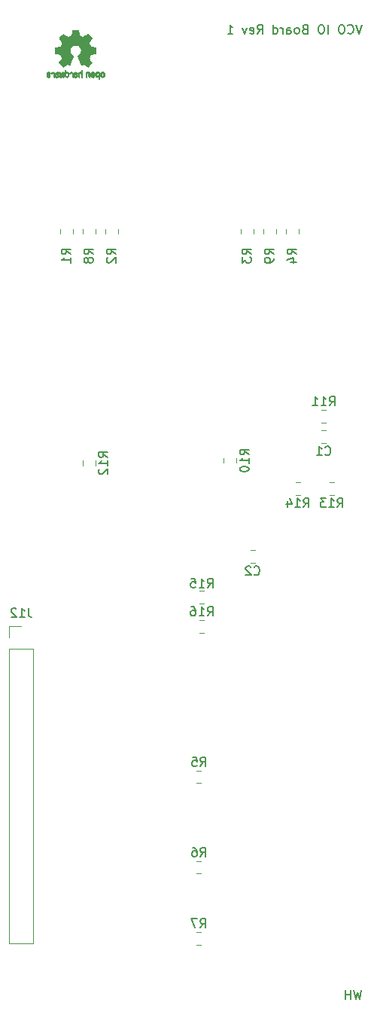
<source format=gbr>
G04 #@! TF.GenerationSoftware,KiCad,Pcbnew,(5.1.4-0-10_14)*
G04 #@! TF.CreationDate,2019-10-08T20:59:58-07:00*
G04 #@! TF.ProjectId,VCO_IO,56434f5f-494f-42e6-9b69-6361645f7063,rev?*
G04 #@! TF.SameCoordinates,Original*
G04 #@! TF.FileFunction,Legend,Bot*
G04 #@! TF.FilePolarity,Positive*
%FSLAX46Y46*%
G04 Gerber Fmt 4.6, Leading zero omitted, Abs format (unit mm)*
G04 Created by KiCad (PCBNEW (5.1.4-0-10_14)) date 2019-10-08 20:59:58*
%MOMM*%
%LPD*%
G04 APERTURE LIST*
%ADD10C,0.150000*%
%ADD11C,0.010000*%
%ADD12C,0.120000*%
G04 APERTURE END LIST*
D10*
X109410380Y-157948380D02*
X109172285Y-158948380D01*
X108981809Y-158234095D01*
X108791333Y-158948380D01*
X108553238Y-157948380D01*
X108172285Y-158948380D02*
X108172285Y-157948380D01*
X108172285Y-158424571D02*
X107600857Y-158424571D01*
X107600857Y-158948380D02*
X107600857Y-157948380D01*
X109449238Y-49490380D02*
X109115904Y-50490380D01*
X108782571Y-49490380D01*
X107877809Y-50395142D02*
X107925428Y-50442761D01*
X108068285Y-50490380D01*
X108163523Y-50490380D01*
X108306380Y-50442761D01*
X108401619Y-50347523D01*
X108449238Y-50252285D01*
X108496857Y-50061809D01*
X108496857Y-49918952D01*
X108449238Y-49728476D01*
X108401619Y-49633238D01*
X108306380Y-49538000D01*
X108163523Y-49490380D01*
X108068285Y-49490380D01*
X107925428Y-49538000D01*
X107877809Y-49585619D01*
X107258761Y-49490380D02*
X107068285Y-49490380D01*
X106973047Y-49538000D01*
X106877809Y-49633238D01*
X106830190Y-49823714D01*
X106830190Y-50157047D01*
X106877809Y-50347523D01*
X106973047Y-50442761D01*
X107068285Y-50490380D01*
X107258761Y-50490380D01*
X107354000Y-50442761D01*
X107449238Y-50347523D01*
X107496857Y-50157047D01*
X107496857Y-49823714D01*
X107449238Y-49633238D01*
X107354000Y-49538000D01*
X107258761Y-49490380D01*
X105639714Y-50490380D02*
X105639714Y-49490380D01*
X104973047Y-49490380D02*
X104782571Y-49490380D01*
X104687333Y-49538000D01*
X104592095Y-49633238D01*
X104544476Y-49823714D01*
X104544476Y-50157047D01*
X104592095Y-50347523D01*
X104687333Y-50442761D01*
X104782571Y-50490380D01*
X104973047Y-50490380D01*
X105068285Y-50442761D01*
X105163523Y-50347523D01*
X105211142Y-50157047D01*
X105211142Y-49823714D01*
X105163523Y-49633238D01*
X105068285Y-49538000D01*
X104973047Y-49490380D01*
X103020666Y-49966571D02*
X102877809Y-50014190D01*
X102830190Y-50061809D01*
X102782571Y-50157047D01*
X102782571Y-50299904D01*
X102830190Y-50395142D01*
X102877809Y-50442761D01*
X102973047Y-50490380D01*
X103354000Y-50490380D01*
X103354000Y-49490380D01*
X103020666Y-49490380D01*
X102925428Y-49538000D01*
X102877809Y-49585619D01*
X102830190Y-49680857D01*
X102830190Y-49776095D01*
X102877809Y-49871333D01*
X102925428Y-49918952D01*
X103020666Y-49966571D01*
X103354000Y-49966571D01*
X102211142Y-50490380D02*
X102306380Y-50442761D01*
X102354000Y-50395142D01*
X102401619Y-50299904D01*
X102401619Y-50014190D01*
X102354000Y-49918952D01*
X102306380Y-49871333D01*
X102211142Y-49823714D01*
X102068285Y-49823714D01*
X101973047Y-49871333D01*
X101925428Y-49918952D01*
X101877809Y-50014190D01*
X101877809Y-50299904D01*
X101925428Y-50395142D01*
X101973047Y-50442761D01*
X102068285Y-50490380D01*
X102211142Y-50490380D01*
X101020666Y-50490380D02*
X101020666Y-49966571D01*
X101068285Y-49871333D01*
X101163523Y-49823714D01*
X101354000Y-49823714D01*
X101449238Y-49871333D01*
X101020666Y-50442761D02*
X101115904Y-50490380D01*
X101354000Y-50490380D01*
X101449238Y-50442761D01*
X101496857Y-50347523D01*
X101496857Y-50252285D01*
X101449238Y-50157047D01*
X101354000Y-50109428D01*
X101115904Y-50109428D01*
X101020666Y-50061809D01*
X100544476Y-50490380D02*
X100544476Y-49823714D01*
X100544476Y-50014190D02*
X100496857Y-49918952D01*
X100449238Y-49871333D01*
X100354000Y-49823714D01*
X100258761Y-49823714D01*
X99496857Y-50490380D02*
X99496857Y-49490380D01*
X99496857Y-50442761D02*
X99592095Y-50490380D01*
X99782571Y-50490380D01*
X99877809Y-50442761D01*
X99925428Y-50395142D01*
X99973047Y-50299904D01*
X99973047Y-50014190D01*
X99925428Y-49918952D01*
X99877809Y-49871333D01*
X99782571Y-49823714D01*
X99592095Y-49823714D01*
X99496857Y-49871333D01*
X97687333Y-50490380D02*
X98020666Y-50014190D01*
X98258761Y-50490380D02*
X98258761Y-49490380D01*
X97877809Y-49490380D01*
X97782571Y-49538000D01*
X97734952Y-49585619D01*
X97687333Y-49680857D01*
X97687333Y-49823714D01*
X97734952Y-49918952D01*
X97782571Y-49966571D01*
X97877809Y-50014190D01*
X98258761Y-50014190D01*
X96877809Y-50442761D02*
X96973047Y-50490380D01*
X97163523Y-50490380D01*
X97258761Y-50442761D01*
X97306380Y-50347523D01*
X97306380Y-49966571D01*
X97258761Y-49871333D01*
X97163523Y-49823714D01*
X96973047Y-49823714D01*
X96877809Y-49871333D01*
X96830190Y-49966571D01*
X96830190Y-50061809D01*
X97306380Y-50157047D01*
X96496857Y-49823714D02*
X96258761Y-50490380D01*
X96020666Y-49823714D01*
X94354000Y-50490380D02*
X94925428Y-50490380D01*
X94639714Y-50490380D02*
X94639714Y-49490380D01*
X94734952Y-49633238D01*
X94830190Y-49728476D01*
X94925428Y-49776095D01*
D11*
G36*
X77112090Y-50074348D02*
G01*
X77033546Y-50074778D01*
X76976702Y-50075942D01*
X76937895Y-50078207D01*
X76913462Y-50081940D01*
X76899738Y-50087506D01*
X76893060Y-50095273D01*
X76889764Y-50105605D01*
X76889444Y-50106943D01*
X76884438Y-50131079D01*
X76875171Y-50178701D01*
X76862608Y-50244741D01*
X76847713Y-50324128D01*
X76831449Y-50411796D01*
X76830881Y-50414875D01*
X76814590Y-50500789D01*
X76799348Y-50576696D01*
X76786139Y-50638045D01*
X76775946Y-50680282D01*
X76769752Y-50698855D01*
X76769457Y-50699184D01*
X76751212Y-50708253D01*
X76713595Y-50723367D01*
X76664729Y-50741262D01*
X76664457Y-50741358D01*
X76602907Y-50764493D01*
X76530343Y-50793965D01*
X76461943Y-50823597D01*
X76458706Y-50825062D01*
X76347298Y-50875626D01*
X76100601Y-50707160D01*
X76024923Y-50655803D01*
X75956369Y-50609889D01*
X75898912Y-50572030D01*
X75856524Y-50544837D01*
X75833175Y-50530921D01*
X75830958Y-50529889D01*
X75813990Y-50534484D01*
X75782299Y-50556655D01*
X75734648Y-50597447D01*
X75669802Y-50657905D01*
X75603603Y-50722227D01*
X75539786Y-50785612D01*
X75482671Y-50843451D01*
X75435695Y-50892175D01*
X75402297Y-50928210D01*
X75385915Y-50947984D01*
X75385306Y-50949002D01*
X75383495Y-50962572D01*
X75390317Y-50984733D01*
X75407460Y-51018478D01*
X75436607Y-51066800D01*
X75479445Y-51132692D01*
X75536552Y-51217517D01*
X75587234Y-51292177D01*
X75632539Y-51359140D01*
X75669850Y-51414516D01*
X75696548Y-51454420D01*
X75710015Y-51474962D01*
X75710863Y-51476356D01*
X75709219Y-51496038D01*
X75696755Y-51534293D01*
X75675952Y-51583889D01*
X75668538Y-51599728D01*
X75636186Y-51670290D01*
X75601672Y-51750353D01*
X75573635Y-51819629D01*
X75553432Y-51871045D01*
X75537385Y-51910119D01*
X75528112Y-51930541D01*
X75526959Y-51932114D01*
X75509904Y-51934721D01*
X75469702Y-51941863D01*
X75411698Y-51952523D01*
X75341237Y-51965685D01*
X75263665Y-51980333D01*
X75184328Y-51995449D01*
X75108569Y-52010018D01*
X75041736Y-52023022D01*
X74989172Y-52033445D01*
X74956224Y-52040270D01*
X74948143Y-52042199D01*
X74939795Y-52046962D01*
X74933494Y-52057718D01*
X74928955Y-52078098D01*
X74925896Y-52111734D01*
X74924033Y-52162255D01*
X74923082Y-52233292D01*
X74922760Y-52328476D01*
X74922743Y-52367492D01*
X74922743Y-52684799D01*
X74998943Y-52699839D01*
X75041337Y-52707995D01*
X75104600Y-52719899D01*
X75181038Y-52734116D01*
X75262957Y-52749210D01*
X75285600Y-52753355D01*
X75361194Y-52768053D01*
X75427047Y-52782505D01*
X75477634Y-52795375D01*
X75507426Y-52805322D01*
X75512388Y-52808287D01*
X75524574Y-52829283D01*
X75542047Y-52869967D01*
X75561423Y-52922322D01*
X75565266Y-52933600D01*
X75590661Y-53003523D01*
X75622183Y-53082418D01*
X75653031Y-53153266D01*
X75653183Y-53153595D01*
X75704553Y-53264733D01*
X75535601Y-53513253D01*
X75366648Y-53761772D01*
X75583571Y-53979058D01*
X75649181Y-54043726D01*
X75709021Y-54100733D01*
X75759733Y-54147033D01*
X75797954Y-54179584D01*
X75820325Y-54195343D01*
X75823534Y-54196343D01*
X75842374Y-54188469D01*
X75880820Y-54166578D01*
X75934670Y-54133267D01*
X75999724Y-54091131D01*
X76070060Y-54043943D01*
X76141445Y-53995810D01*
X76205092Y-53953928D01*
X76256959Y-53920871D01*
X76293005Y-53899218D01*
X76309133Y-53891543D01*
X76328811Y-53898037D01*
X76366125Y-53915150D01*
X76413379Y-53939326D01*
X76418388Y-53942013D01*
X76482023Y-53973927D01*
X76525659Y-53989579D01*
X76552798Y-53989745D01*
X76566943Y-53975204D01*
X76567025Y-53975000D01*
X76574095Y-53957779D01*
X76590958Y-53916899D01*
X76616305Y-53855525D01*
X76648829Y-53776819D01*
X76687222Y-53683947D01*
X76730178Y-53580072D01*
X76771778Y-53479502D01*
X76817496Y-53368516D01*
X76859474Y-53265703D01*
X76896452Y-53174215D01*
X76927173Y-53097201D01*
X76950378Y-53037815D01*
X76964810Y-52999209D01*
X76969257Y-52984800D01*
X76958104Y-52968272D01*
X76928931Y-52941930D01*
X76890029Y-52912887D01*
X76779243Y-52821039D01*
X76692649Y-52715759D01*
X76631284Y-52599266D01*
X76596185Y-52473776D01*
X76588392Y-52341507D01*
X76594057Y-52280457D01*
X76624922Y-52153795D01*
X76678080Y-52041941D01*
X76750233Y-51946001D01*
X76838083Y-51867076D01*
X76938335Y-51806270D01*
X77047690Y-51764687D01*
X77162853Y-51743428D01*
X77280525Y-51743599D01*
X77397410Y-51766301D01*
X77510211Y-51812638D01*
X77615631Y-51883713D01*
X77659632Y-51923911D01*
X77744021Y-52027129D01*
X77802778Y-52139925D01*
X77836296Y-52259010D01*
X77844965Y-52381095D01*
X77829177Y-52502893D01*
X77789322Y-52621116D01*
X77725793Y-52732475D01*
X77638979Y-52833684D01*
X77541971Y-52912887D01*
X77501563Y-52943162D01*
X77473018Y-52969219D01*
X77462743Y-52984825D01*
X77468123Y-53001843D01*
X77483425Y-53042500D01*
X77507388Y-53103642D01*
X77538756Y-53182119D01*
X77576268Y-53274780D01*
X77618667Y-53378472D01*
X77660337Y-53479526D01*
X77706310Y-53590607D01*
X77748893Y-53693541D01*
X77786779Y-53785165D01*
X77818660Y-53862316D01*
X77843229Y-53921831D01*
X77859180Y-53960544D01*
X77865090Y-53975000D01*
X77879052Y-53989685D01*
X77906060Y-53989642D01*
X77949587Y-53974099D01*
X78013110Y-53942284D01*
X78013612Y-53942013D01*
X78061440Y-53917323D01*
X78100103Y-53899338D01*
X78121905Y-53891614D01*
X78122867Y-53891543D01*
X78139279Y-53899378D01*
X78175513Y-53921165D01*
X78227526Y-53954328D01*
X78291275Y-53996291D01*
X78361940Y-54043943D01*
X78433884Y-54092191D01*
X78498726Y-54134151D01*
X78552265Y-54167227D01*
X78590303Y-54188821D01*
X78608467Y-54196343D01*
X78625192Y-54186457D01*
X78658820Y-54158826D01*
X78705990Y-54116495D01*
X78763342Y-54062505D01*
X78827516Y-53999899D01*
X78848503Y-53978983D01*
X79065501Y-53761623D01*
X78900332Y-53519220D01*
X78850136Y-53444781D01*
X78806081Y-53377972D01*
X78770638Y-53322665D01*
X78746281Y-53282729D01*
X78735478Y-53262036D01*
X78735162Y-53260563D01*
X78740857Y-53241058D01*
X78756174Y-53201822D01*
X78778463Y-53149430D01*
X78794107Y-53114355D01*
X78823359Y-53047201D01*
X78850906Y-52979358D01*
X78872263Y-52922034D01*
X78878065Y-52904572D01*
X78894548Y-52857938D01*
X78910660Y-52821905D01*
X78919510Y-52808287D01*
X78939040Y-52799952D01*
X78981666Y-52788137D01*
X79041855Y-52774181D01*
X79114078Y-52759422D01*
X79146400Y-52753355D01*
X79228478Y-52738273D01*
X79307205Y-52723669D01*
X79374891Y-52710980D01*
X79423840Y-52701642D01*
X79433057Y-52699839D01*
X79509257Y-52684799D01*
X79509257Y-52367492D01*
X79509086Y-52263154D01*
X79508384Y-52184213D01*
X79506866Y-52127038D01*
X79504251Y-52087999D01*
X79500254Y-52063465D01*
X79494591Y-52049805D01*
X79486980Y-52043389D01*
X79483857Y-52042199D01*
X79465022Y-52037980D01*
X79423412Y-52029562D01*
X79364370Y-52017961D01*
X79293243Y-52004195D01*
X79215375Y-51989280D01*
X79136113Y-51974232D01*
X79060802Y-51960069D01*
X78994787Y-51947806D01*
X78943413Y-51938461D01*
X78912025Y-51933050D01*
X78905041Y-51932114D01*
X78898715Y-51919596D01*
X78884710Y-51886246D01*
X78865645Y-51838377D01*
X78858366Y-51819629D01*
X78829004Y-51747195D01*
X78794429Y-51667170D01*
X78763463Y-51599728D01*
X78740677Y-51548159D01*
X78725518Y-51505785D01*
X78720458Y-51479834D01*
X78721264Y-51476356D01*
X78731959Y-51459936D01*
X78756380Y-51423417D01*
X78791905Y-51370687D01*
X78835913Y-51305635D01*
X78885783Y-51232151D01*
X78895644Y-51217645D01*
X78953508Y-51131704D01*
X78996044Y-51066261D01*
X79024946Y-51018304D01*
X79041910Y-50984820D01*
X79048633Y-50962795D01*
X79046810Y-50949217D01*
X79046764Y-50949131D01*
X79032414Y-50931297D01*
X79000677Y-50896817D01*
X78954990Y-50849268D01*
X78898796Y-50792222D01*
X78835532Y-50729255D01*
X78828398Y-50722227D01*
X78748670Y-50645020D01*
X78687143Y-50588330D01*
X78642579Y-50551110D01*
X78613743Y-50532315D01*
X78601042Y-50529889D01*
X78582506Y-50540471D01*
X78544039Y-50564916D01*
X78489614Y-50600612D01*
X78423202Y-50644947D01*
X78348775Y-50695311D01*
X78331399Y-50707160D01*
X78084703Y-50875626D01*
X77973294Y-50825062D01*
X77905543Y-50795595D01*
X77832817Y-50765959D01*
X77770297Y-50742330D01*
X77767543Y-50741358D01*
X77718640Y-50723457D01*
X77680943Y-50708320D01*
X77662575Y-50699210D01*
X77662544Y-50699184D01*
X77656715Y-50682717D01*
X77646808Y-50642219D01*
X77633805Y-50582242D01*
X77618691Y-50507340D01*
X77602448Y-50422064D01*
X77601119Y-50414875D01*
X77584825Y-50327014D01*
X77569867Y-50247260D01*
X77557209Y-50180681D01*
X77547814Y-50132347D01*
X77542646Y-50107325D01*
X77542556Y-50106943D01*
X77539411Y-50096299D01*
X77533296Y-50088262D01*
X77520547Y-50082467D01*
X77497500Y-50078547D01*
X77460491Y-50076135D01*
X77405856Y-50074865D01*
X77329933Y-50074371D01*
X77229056Y-50074286D01*
X77216000Y-50074286D01*
X77112090Y-50074348D01*
X77112090Y-50074348D01*
G37*
X77112090Y-50074348D02*
X77033546Y-50074778D01*
X76976702Y-50075942D01*
X76937895Y-50078207D01*
X76913462Y-50081940D01*
X76899738Y-50087506D01*
X76893060Y-50095273D01*
X76889764Y-50105605D01*
X76889444Y-50106943D01*
X76884438Y-50131079D01*
X76875171Y-50178701D01*
X76862608Y-50244741D01*
X76847713Y-50324128D01*
X76831449Y-50411796D01*
X76830881Y-50414875D01*
X76814590Y-50500789D01*
X76799348Y-50576696D01*
X76786139Y-50638045D01*
X76775946Y-50680282D01*
X76769752Y-50698855D01*
X76769457Y-50699184D01*
X76751212Y-50708253D01*
X76713595Y-50723367D01*
X76664729Y-50741262D01*
X76664457Y-50741358D01*
X76602907Y-50764493D01*
X76530343Y-50793965D01*
X76461943Y-50823597D01*
X76458706Y-50825062D01*
X76347298Y-50875626D01*
X76100601Y-50707160D01*
X76024923Y-50655803D01*
X75956369Y-50609889D01*
X75898912Y-50572030D01*
X75856524Y-50544837D01*
X75833175Y-50530921D01*
X75830958Y-50529889D01*
X75813990Y-50534484D01*
X75782299Y-50556655D01*
X75734648Y-50597447D01*
X75669802Y-50657905D01*
X75603603Y-50722227D01*
X75539786Y-50785612D01*
X75482671Y-50843451D01*
X75435695Y-50892175D01*
X75402297Y-50928210D01*
X75385915Y-50947984D01*
X75385306Y-50949002D01*
X75383495Y-50962572D01*
X75390317Y-50984733D01*
X75407460Y-51018478D01*
X75436607Y-51066800D01*
X75479445Y-51132692D01*
X75536552Y-51217517D01*
X75587234Y-51292177D01*
X75632539Y-51359140D01*
X75669850Y-51414516D01*
X75696548Y-51454420D01*
X75710015Y-51474962D01*
X75710863Y-51476356D01*
X75709219Y-51496038D01*
X75696755Y-51534293D01*
X75675952Y-51583889D01*
X75668538Y-51599728D01*
X75636186Y-51670290D01*
X75601672Y-51750353D01*
X75573635Y-51819629D01*
X75553432Y-51871045D01*
X75537385Y-51910119D01*
X75528112Y-51930541D01*
X75526959Y-51932114D01*
X75509904Y-51934721D01*
X75469702Y-51941863D01*
X75411698Y-51952523D01*
X75341237Y-51965685D01*
X75263665Y-51980333D01*
X75184328Y-51995449D01*
X75108569Y-52010018D01*
X75041736Y-52023022D01*
X74989172Y-52033445D01*
X74956224Y-52040270D01*
X74948143Y-52042199D01*
X74939795Y-52046962D01*
X74933494Y-52057718D01*
X74928955Y-52078098D01*
X74925896Y-52111734D01*
X74924033Y-52162255D01*
X74923082Y-52233292D01*
X74922760Y-52328476D01*
X74922743Y-52367492D01*
X74922743Y-52684799D01*
X74998943Y-52699839D01*
X75041337Y-52707995D01*
X75104600Y-52719899D01*
X75181038Y-52734116D01*
X75262957Y-52749210D01*
X75285600Y-52753355D01*
X75361194Y-52768053D01*
X75427047Y-52782505D01*
X75477634Y-52795375D01*
X75507426Y-52805322D01*
X75512388Y-52808287D01*
X75524574Y-52829283D01*
X75542047Y-52869967D01*
X75561423Y-52922322D01*
X75565266Y-52933600D01*
X75590661Y-53003523D01*
X75622183Y-53082418D01*
X75653031Y-53153266D01*
X75653183Y-53153595D01*
X75704553Y-53264733D01*
X75535601Y-53513253D01*
X75366648Y-53761772D01*
X75583571Y-53979058D01*
X75649181Y-54043726D01*
X75709021Y-54100733D01*
X75759733Y-54147033D01*
X75797954Y-54179584D01*
X75820325Y-54195343D01*
X75823534Y-54196343D01*
X75842374Y-54188469D01*
X75880820Y-54166578D01*
X75934670Y-54133267D01*
X75999724Y-54091131D01*
X76070060Y-54043943D01*
X76141445Y-53995810D01*
X76205092Y-53953928D01*
X76256959Y-53920871D01*
X76293005Y-53899218D01*
X76309133Y-53891543D01*
X76328811Y-53898037D01*
X76366125Y-53915150D01*
X76413379Y-53939326D01*
X76418388Y-53942013D01*
X76482023Y-53973927D01*
X76525659Y-53989579D01*
X76552798Y-53989745D01*
X76566943Y-53975204D01*
X76567025Y-53975000D01*
X76574095Y-53957779D01*
X76590958Y-53916899D01*
X76616305Y-53855525D01*
X76648829Y-53776819D01*
X76687222Y-53683947D01*
X76730178Y-53580072D01*
X76771778Y-53479502D01*
X76817496Y-53368516D01*
X76859474Y-53265703D01*
X76896452Y-53174215D01*
X76927173Y-53097201D01*
X76950378Y-53037815D01*
X76964810Y-52999209D01*
X76969257Y-52984800D01*
X76958104Y-52968272D01*
X76928931Y-52941930D01*
X76890029Y-52912887D01*
X76779243Y-52821039D01*
X76692649Y-52715759D01*
X76631284Y-52599266D01*
X76596185Y-52473776D01*
X76588392Y-52341507D01*
X76594057Y-52280457D01*
X76624922Y-52153795D01*
X76678080Y-52041941D01*
X76750233Y-51946001D01*
X76838083Y-51867076D01*
X76938335Y-51806270D01*
X77047690Y-51764687D01*
X77162853Y-51743428D01*
X77280525Y-51743599D01*
X77397410Y-51766301D01*
X77510211Y-51812638D01*
X77615631Y-51883713D01*
X77659632Y-51923911D01*
X77744021Y-52027129D01*
X77802778Y-52139925D01*
X77836296Y-52259010D01*
X77844965Y-52381095D01*
X77829177Y-52502893D01*
X77789322Y-52621116D01*
X77725793Y-52732475D01*
X77638979Y-52833684D01*
X77541971Y-52912887D01*
X77501563Y-52943162D01*
X77473018Y-52969219D01*
X77462743Y-52984825D01*
X77468123Y-53001843D01*
X77483425Y-53042500D01*
X77507388Y-53103642D01*
X77538756Y-53182119D01*
X77576268Y-53274780D01*
X77618667Y-53378472D01*
X77660337Y-53479526D01*
X77706310Y-53590607D01*
X77748893Y-53693541D01*
X77786779Y-53785165D01*
X77818660Y-53862316D01*
X77843229Y-53921831D01*
X77859180Y-53960544D01*
X77865090Y-53975000D01*
X77879052Y-53989685D01*
X77906060Y-53989642D01*
X77949587Y-53974099D01*
X78013110Y-53942284D01*
X78013612Y-53942013D01*
X78061440Y-53917323D01*
X78100103Y-53899338D01*
X78121905Y-53891614D01*
X78122867Y-53891543D01*
X78139279Y-53899378D01*
X78175513Y-53921165D01*
X78227526Y-53954328D01*
X78291275Y-53996291D01*
X78361940Y-54043943D01*
X78433884Y-54092191D01*
X78498726Y-54134151D01*
X78552265Y-54167227D01*
X78590303Y-54188821D01*
X78608467Y-54196343D01*
X78625192Y-54186457D01*
X78658820Y-54158826D01*
X78705990Y-54116495D01*
X78763342Y-54062505D01*
X78827516Y-53999899D01*
X78848503Y-53978983D01*
X79065501Y-53761623D01*
X78900332Y-53519220D01*
X78850136Y-53444781D01*
X78806081Y-53377972D01*
X78770638Y-53322665D01*
X78746281Y-53282729D01*
X78735478Y-53262036D01*
X78735162Y-53260563D01*
X78740857Y-53241058D01*
X78756174Y-53201822D01*
X78778463Y-53149430D01*
X78794107Y-53114355D01*
X78823359Y-53047201D01*
X78850906Y-52979358D01*
X78872263Y-52922034D01*
X78878065Y-52904572D01*
X78894548Y-52857938D01*
X78910660Y-52821905D01*
X78919510Y-52808287D01*
X78939040Y-52799952D01*
X78981666Y-52788137D01*
X79041855Y-52774181D01*
X79114078Y-52759422D01*
X79146400Y-52753355D01*
X79228478Y-52738273D01*
X79307205Y-52723669D01*
X79374891Y-52710980D01*
X79423840Y-52701642D01*
X79433057Y-52699839D01*
X79509257Y-52684799D01*
X79509257Y-52367492D01*
X79509086Y-52263154D01*
X79508384Y-52184213D01*
X79506866Y-52127038D01*
X79504251Y-52087999D01*
X79500254Y-52063465D01*
X79494591Y-52049805D01*
X79486980Y-52043389D01*
X79483857Y-52042199D01*
X79465022Y-52037980D01*
X79423412Y-52029562D01*
X79364370Y-52017961D01*
X79293243Y-52004195D01*
X79215375Y-51989280D01*
X79136113Y-51974232D01*
X79060802Y-51960069D01*
X78994787Y-51947806D01*
X78943413Y-51938461D01*
X78912025Y-51933050D01*
X78905041Y-51932114D01*
X78898715Y-51919596D01*
X78884710Y-51886246D01*
X78865645Y-51838377D01*
X78858366Y-51819629D01*
X78829004Y-51747195D01*
X78794429Y-51667170D01*
X78763463Y-51599728D01*
X78740677Y-51548159D01*
X78725518Y-51505785D01*
X78720458Y-51479834D01*
X78721264Y-51476356D01*
X78731959Y-51459936D01*
X78756380Y-51423417D01*
X78791905Y-51370687D01*
X78835913Y-51305635D01*
X78885783Y-51232151D01*
X78895644Y-51217645D01*
X78953508Y-51131704D01*
X78996044Y-51066261D01*
X79024946Y-51018304D01*
X79041910Y-50984820D01*
X79048633Y-50962795D01*
X79046810Y-50949217D01*
X79046764Y-50949131D01*
X79032414Y-50931297D01*
X79000677Y-50896817D01*
X78954990Y-50849268D01*
X78898796Y-50792222D01*
X78835532Y-50729255D01*
X78828398Y-50722227D01*
X78748670Y-50645020D01*
X78687143Y-50588330D01*
X78642579Y-50551110D01*
X78613743Y-50532315D01*
X78601042Y-50529889D01*
X78582506Y-50540471D01*
X78544039Y-50564916D01*
X78489614Y-50600612D01*
X78423202Y-50644947D01*
X78348775Y-50695311D01*
X78331399Y-50707160D01*
X78084703Y-50875626D01*
X77973294Y-50825062D01*
X77905543Y-50795595D01*
X77832817Y-50765959D01*
X77770297Y-50742330D01*
X77767543Y-50741358D01*
X77718640Y-50723457D01*
X77680943Y-50708320D01*
X77662575Y-50699210D01*
X77662544Y-50699184D01*
X77656715Y-50682717D01*
X77646808Y-50642219D01*
X77633805Y-50582242D01*
X77618691Y-50507340D01*
X77602448Y-50422064D01*
X77601119Y-50414875D01*
X77584825Y-50327014D01*
X77569867Y-50247260D01*
X77557209Y-50180681D01*
X77547814Y-50132347D01*
X77542646Y-50107325D01*
X77542556Y-50106943D01*
X77539411Y-50096299D01*
X77533296Y-50088262D01*
X77520547Y-50082467D01*
X77497500Y-50078547D01*
X77460491Y-50076135D01*
X77405856Y-50074865D01*
X77329933Y-50074371D01*
X77229056Y-50074286D01*
X77216000Y-50074286D01*
X77112090Y-50074348D01*
G36*
X74062405Y-54798966D02*
G01*
X74004979Y-54836497D01*
X73977281Y-54870096D01*
X73955338Y-54931064D01*
X73953595Y-54979308D01*
X73957543Y-55043816D01*
X74106314Y-55108934D01*
X74178651Y-55142202D01*
X74225916Y-55168964D01*
X74250493Y-55192144D01*
X74254763Y-55214667D01*
X74241111Y-55239455D01*
X74226057Y-55255886D01*
X74182254Y-55282235D01*
X74134611Y-55284081D01*
X74090855Y-55263546D01*
X74058711Y-55222752D01*
X74052962Y-55208347D01*
X74025424Y-55163356D01*
X73993742Y-55144182D01*
X73950286Y-55127779D01*
X73950286Y-55189966D01*
X73954128Y-55232283D01*
X73969177Y-55267969D01*
X74000720Y-55308943D01*
X74005408Y-55314267D01*
X74040494Y-55350720D01*
X74070653Y-55370283D01*
X74108385Y-55379283D01*
X74139665Y-55382230D01*
X74195615Y-55382965D01*
X74235445Y-55373660D01*
X74260292Y-55359846D01*
X74299344Y-55329467D01*
X74326375Y-55296613D01*
X74343483Y-55255294D01*
X74352762Y-55199521D01*
X74356307Y-55123305D01*
X74356590Y-55084622D01*
X74355628Y-55038247D01*
X74267993Y-55038247D01*
X74266977Y-55063126D01*
X74264444Y-55067200D01*
X74247726Y-55061665D01*
X74211751Y-55047017D01*
X74163669Y-55026190D01*
X74153614Y-55021714D01*
X74092848Y-54990814D01*
X74059368Y-54963657D01*
X74052010Y-54938220D01*
X74069609Y-54912481D01*
X74084144Y-54901109D01*
X74136590Y-54878364D01*
X74185678Y-54882122D01*
X74226773Y-54909884D01*
X74255242Y-54959152D01*
X74264369Y-54998257D01*
X74267993Y-55038247D01*
X74355628Y-55038247D01*
X74354715Y-54994249D01*
X74347804Y-54927384D01*
X74334116Y-54878695D01*
X74311904Y-54842849D01*
X74279426Y-54814513D01*
X74265267Y-54805355D01*
X74200947Y-54781507D01*
X74130527Y-54780006D01*
X74062405Y-54798966D01*
X74062405Y-54798966D01*
G37*
X74062405Y-54798966D02*
X74004979Y-54836497D01*
X73977281Y-54870096D01*
X73955338Y-54931064D01*
X73953595Y-54979308D01*
X73957543Y-55043816D01*
X74106314Y-55108934D01*
X74178651Y-55142202D01*
X74225916Y-55168964D01*
X74250493Y-55192144D01*
X74254763Y-55214667D01*
X74241111Y-55239455D01*
X74226057Y-55255886D01*
X74182254Y-55282235D01*
X74134611Y-55284081D01*
X74090855Y-55263546D01*
X74058711Y-55222752D01*
X74052962Y-55208347D01*
X74025424Y-55163356D01*
X73993742Y-55144182D01*
X73950286Y-55127779D01*
X73950286Y-55189966D01*
X73954128Y-55232283D01*
X73969177Y-55267969D01*
X74000720Y-55308943D01*
X74005408Y-55314267D01*
X74040494Y-55350720D01*
X74070653Y-55370283D01*
X74108385Y-55379283D01*
X74139665Y-55382230D01*
X74195615Y-55382965D01*
X74235445Y-55373660D01*
X74260292Y-55359846D01*
X74299344Y-55329467D01*
X74326375Y-55296613D01*
X74343483Y-55255294D01*
X74352762Y-55199521D01*
X74356307Y-55123305D01*
X74356590Y-55084622D01*
X74355628Y-55038247D01*
X74267993Y-55038247D01*
X74266977Y-55063126D01*
X74264444Y-55067200D01*
X74247726Y-55061665D01*
X74211751Y-55047017D01*
X74163669Y-55026190D01*
X74153614Y-55021714D01*
X74092848Y-54990814D01*
X74059368Y-54963657D01*
X74052010Y-54938220D01*
X74069609Y-54912481D01*
X74084144Y-54901109D01*
X74136590Y-54878364D01*
X74185678Y-54882122D01*
X74226773Y-54909884D01*
X74255242Y-54959152D01*
X74264369Y-54998257D01*
X74267993Y-55038247D01*
X74355628Y-55038247D01*
X74354715Y-54994249D01*
X74347804Y-54927384D01*
X74334116Y-54878695D01*
X74311904Y-54842849D01*
X74279426Y-54814513D01*
X74265267Y-54805355D01*
X74200947Y-54781507D01*
X74130527Y-54780006D01*
X74062405Y-54798966D01*
G36*
X74563400Y-54790752D02*
G01*
X74546052Y-54798334D01*
X74504644Y-54831128D01*
X74469235Y-54878547D01*
X74447336Y-54929151D01*
X74443771Y-54954098D01*
X74455721Y-54988927D01*
X74481933Y-55007357D01*
X74510036Y-55018516D01*
X74522905Y-55020572D01*
X74529171Y-55005649D01*
X74541544Y-54973175D01*
X74546972Y-54958502D01*
X74577410Y-54907744D01*
X74621480Y-54882427D01*
X74677990Y-54883206D01*
X74682175Y-54884203D01*
X74712345Y-54898507D01*
X74734524Y-54926393D01*
X74749673Y-54971287D01*
X74758750Y-55036615D01*
X74762714Y-55125804D01*
X74763086Y-55173261D01*
X74763270Y-55248071D01*
X74764478Y-55299069D01*
X74767691Y-55331471D01*
X74773891Y-55350495D01*
X74784060Y-55361356D01*
X74799181Y-55369272D01*
X74800054Y-55369670D01*
X74829172Y-55381981D01*
X74843597Y-55386514D01*
X74845814Y-55372809D01*
X74847711Y-55334925D01*
X74849153Y-55277715D01*
X74850002Y-55206027D01*
X74850171Y-55153565D01*
X74849308Y-55052047D01*
X74845930Y-54975032D01*
X74838858Y-54918023D01*
X74826912Y-54876526D01*
X74808910Y-54846043D01*
X74783673Y-54822080D01*
X74758753Y-54805355D01*
X74698829Y-54783097D01*
X74629089Y-54778076D01*
X74563400Y-54790752D01*
X74563400Y-54790752D01*
G37*
X74563400Y-54790752D02*
X74546052Y-54798334D01*
X74504644Y-54831128D01*
X74469235Y-54878547D01*
X74447336Y-54929151D01*
X74443771Y-54954098D01*
X74455721Y-54988927D01*
X74481933Y-55007357D01*
X74510036Y-55018516D01*
X74522905Y-55020572D01*
X74529171Y-55005649D01*
X74541544Y-54973175D01*
X74546972Y-54958502D01*
X74577410Y-54907744D01*
X74621480Y-54882427D01*
X74677990Y-54883206D01*
X74682175Y-54884203D01*
X74712345Y-54898507D01*
X74734524Y-54926393D01*
X74749673Y-54971287D01*
X74758750Y-55036615D01*
X74762714Y-55125804D01*
X74763086Y-55173261D01*
X74763270Y-55248071D01*
X74764478Y-55299069D01*
X74767691Y-55331471D01*
X74773891Y-55350495D01*
X74784060Y-55361356D01*
X74799181Y-55369272D01*
X74800054Y-55369670D01*
X74829172Y-55381981D01*
X74843597Y-55386514D01*
X74845814Y-55372809D01*
X74847711Y-55334925D01*
X74849153Y-55277715D01*
X74850002Y-55206027D01*
X74850171Y-55153565D01*
X74849308Y-55052047D01*
X74845930Y-54975032D01*
X74838858Y-54918023D01*
X74826912Y-54876526D01*
X74808910Y-54846043D01*
X74783673Y-54822080D01*
X74758753Y-54805355D01*
X74698829Y-54783097D01*
X74629089Y-54778076D01*
X74563400Y-54790752D01*
G36*
X75071124Y-54788335D02*
G01*
X75029333Y-54807344D01*
X74996531Y-54830378D01*
X74972497Y-54856133D01*
X74955903Y-54889358D01*
X74945423Y-54934800D01*
X74939729Y-54997207D01*
X74937493Y-55081327D01*
X74937257Y-55136721D01*
X74937257Y-55352826D01*
X74974226Y-55369670D01*
X75003344Y-55381981D01*
X75017769Y-55386514D01*
X75020528Y-55373025D01*
X75022718Y-55336653D01*
X75024058Y-55283542D01*
X75024343Y-55241372D01*
X75025566Y-55180447D01*
X75028864Y-55132115D01*
X75033679Y-55102518D01*
X75037504Y-55096229D01*
X75063217Y-55102652D01*
X75103582Y-55119125D01*
X75150321Y-55141458D01*
X75195155Y-55165457D01*
X75229807Y-55186930D01*
X75245998Y-55201685D01*
X75246062Y-55201845D01*
X75244670Y-55229152D01*
X75232182Y-55255219D01*
X75210257Y-55276392D01*
X75178257Y-55283474D01*
X75150908Y-55282649D01*
X75112174Y-55282042D01*
X75091842Y-55291116D01*
X75079631Y-55315092D01*
X75078091Y-55319613D01*
X75072797Y-55353806D01*
X75086953Y-55374568D01*
X75123852Y-55384462D01*
X75163711Y-55386292D01*
X75235438Y-55372727D01*
X75272568Y-55353355D01*
X75318424Y-55307845D01*
X75342744Y-55251983D01*
X75344927Y-55192957D01*
X75324371Y-55137953D01*
X75293451Y-55103486D01*
X75262580Y-55084189D01*
X75214058Y-55059759D01*
X75157515Y-55034985D01*
X75148090Y-55031199D01*
X75085981Y-55003791D01*
X75050178Y-54979634D01*
X75038663Y-54955619D01*
X75049420Y-54928635D01*
X75067886Y-54907543D01*
X75111531Y-54881572D01*
X75159554Y-54879624D01*
X75203594Y-54899637D01*
X75235291Y-54939551D01*
X75239451Y-54949848D01*
X75263673Y-54987724D01*
X75299035Y-55015842D01*
X75343657Y-55038917D01*
X75343657Y-54973485D01*
X75341031Y-54933506D01*
X75329770Y-54901997D01*
X75304801Y-54868378D01*
X75280831Y-54842484D01*
X75243559Y-54805817D01*
X75214599Y-54786121D01*
X75183495Y-54778220D01*
X75148287Y-54776914D01*
X75071124Y-54788335D01*
X75071124Y-54788335D01*
G37*
X75071124Y-54788335D02*
X75029333Y-54807344D01*
X74996531Y-54830378D01*
X74972497Y-54856133D01*
X74955903Y-54889358D01*
X74945423Y-54934800D01*
X74939729Y-54997207D01*
X74937493Y-55081327D01*
X74937257Y-55136721D01*
X74937257Y-55352826D01*
X74974226Y-55369670D01*
X75003344Y-55381981D01*
X75017769Y-55386514D01*
X75020528Y-55373025D01*
X75022718Y-55336653D01*
X75024058Y-55283542D01*
X75024343Y-55241372D01*
X75025566Y-55180447D01*
X75028864Y-55132115D01*
X75033679Y-55102518D01*
X75037504Y-55096229D01*
X75063217Y-55102652D01*
X75103582Y-55119125D01*
X75150321Y-55141458D01*
X75195155Y-55165457D01*
X75229807Y-55186930D01*
X75245998Y-55201685D01*
X75246062Y-55201845D01*
X75244670Y-55229152D01*
X75232182Y-55255219D01*
X75210257Y-55276392D01*
X75178257Y-55283474D01*
X75150908Y-55282649D01*
X75112174Y-55282042D01*
X75091842Y-55291116D01*
X75079631Y-55315092D01*
X75078091Y-55319613D01*
X75072797Y-55353806D01*
X75086953Y-55374568D01*
X75123852Y-55384462D01*
X75163711Y-55386292D01*
X75235438Y-55372727D01*
X75272568Y-55353355D01*
X75318424Y-55307845D01*
X75342744Y-55251983D01*
X75344927Y-55192957D01*
X75324371Y-55137953D01*
X75293451Y-55103486D01*
X75262580Y-55084189D01*
X75214058Y-55059759D01*
X75157515Y-55034985D01*
X75148090Y-55031199D01*
X75085981Y-55003791D01*
X75050178Y-54979634D01*
X75038663Y-54955619D01*
X75049420Y-54928635D01*
X75067886Y-54907543D01*
X75111531Y-54881572D01*
X75159554Y-54879624D01*
X75203594Y-54899637D01*
X75235291Y-54939551D01*
X75239451Y-54949848D01*
X75263673Y-54987724D01*
X75299035Y-55015842D01*
X75343657Y-55038917D01*
X75343657Y-54973485D01*
X75341031Y-54933506D01*
X75329770Y-54901997D01*
X75304801Y-54868378D01*
X75280831Y-54842484D01*
X75243559Y-54805817D01*
X75214599Y-54786121D01*
X75183495Y-54778220D01*
X75148287Y-54776914D01*
X75071124Y-54788335D01*
G36*
X75436167Y-54790663D02*
G01*
X75433952Y-54828850D01*
X75432216Y-54886886D01*
X75431101Y-54960180D01*
X75430743Y-55037055D01*
X75430743Y-55297196D01*
X75476674Y-55343127D01*
X75508325Y-55371429D01*
X75536110Y-55382893D01*
X75574085Y-55382168D01*
X75589160Y-55380321D01*
X75636274Y-55374948D01*
X75675244Y-55371869D01*
X75684743Y-55371585D01*
X75716767Y-55373445D01*
X75762568Y-55378114D01*
X75780326Y-55380321D01*
X75823943Y-55383735D01*
X75853255Y-55376320D01*
X75882320Y-55353427D01*
X75892812Y-55343127D01*
X75938743Y-55297196D01*
X75938743Y-54810602D01*
X75901774Y-54793758D01*
X75869941Y-54781282D01*
X75851317Y-54776914D01*
X75846542Y-54790718D01*
X75842079Y-54829286D01*
X75838225Y-54888356D01*
X75835278Y-54963663D01*
X75833857Y-55027286D01*
X75829886Y-55277657D01*
X75795241Y-55282556D01*
X75763732Y-55279131D01*
X75748292Y-55268041D01*
X75743977Y-55247308D01*
X75740292Y-55203145D01*
X75737531Y-55141146D01*
X75735988Y-55066909D01*
X75735765Y-55028706D01*
X75735543Y-54808783D01*
X75689834Y-54792849D01*
X75657482Y-54782015D01*
X75639885Y-54776962D01*
X75639377Y-54776914D01*
X75637612Y-54790648D01*
X75635671Y-54828730D01*
X75633718Y-54886482D01*
X75631916Y-54959227D01*
X75630657Y-55027286D01*
X75626686Y-55277657D01*
X75539600Y-55277657D01*
X75535604Y-55049240D01*
X75531608Y-54820822D01*
X75489153Y-54798868D01*
X75457808Y-54783793D01*
X75439256Y-54776951D01*
X75438721Y-54776914D01*
X75436167Y-54790663D01*
X75436167Y-54790663D01*
G37*
X75436167Y-54790663D02*
X75433952Y-54828850D01*
X75432216Y-54886886D01*
X75431101Y-54960180D01*
X75430743Y-55037055D01*
X75430743Y-55297196D01*
X75476674Y-55343127D01*
X75508325Y-55371429D01*
X75536110Y-55382893D01*
X75574085Y-55382168D01*
X75589160Y-55380321D01*
X75636274Y-55374948D01*
X75675244Y-55371869D01*
X75684743Y-55371585D01*
X75716767Y-55373445D01*
X75762568Y-55378114D01*
X75780326Y-55380321D01*
X75823943Y-55383735D01*
X75853255Y-55376320D01*
X75882320Y-55353427D01*
X75892812Y-55343127D01*
X75938743Y-55297196D01*
X75938743Y-54810602D01*
X75901774Y-54793758D01*
X75869941Y-54781282D01*
X75851317Y-54776914D01*
X75846542Y-54790718D01*
X75842079Y-54829286D01*
X75838225Y-54888356D01*
X75835278Y-54963663D01*
X75833857Y-55027286D01*
X75829886Y-55277657D01*
X75795241Y-55282556D01*
X75763732Y-55279131D01*
X75748292Y-55268041D01*
X75743977Y-55247308D01*
X75740292Y-55203145D01*
X75737531Y-55141146D01*
X75735988Y-55066909D01*
X75735765Y-55028706D01*
X75735543Y-54808783D01*
X75689834Y-54792849D01*
X75657482Y-54782015D01*
X75639885Y-54776962D01*
X75639377Y-54776914D01*
X75637612Y-54790648D01*
X75635671Y-54828730D01*
X75633718Y-54886482D01*
X75631916Y-54959227D01*
X75630657Y-55027286D01*
X75626686Y-55277657D01*
X75539600Y-55277657D01*
X75535604Y-55049240D01*
X75531608Y-54820822D01*
X75489153Y-54798868D01*
X75457808Y-54783793D01*
X75439256Y-54776951D01*
X75438721Y-54776914D01*
X75436167Y-54790663D01*
G36*
X76025883Y-54897358D02*
G01*
X76026067Y-55005837D01*
X76026781Y-55089287D01*
X76028325Y-55151704D01*
X76030999Y-55197085D01*
X76035106Y-55229429D01*
X76040945Y-55252733D01*
X76048818Y-55270995D01*
X76054779Y-55281418D01*
X76104145Y-55337945D01*
X76166736Y-55373377D01*
X76235987Y-55386090D01*
X76305332Y-55374463D01*
X76346625Y-55353568D01*
X76389975Y-55317422D01*
X76419519Y-55273276D01*
X76437345Y-55215462D01*
X76445537Y-55138313D01*
X76446698Y-55081714D01*
X76446542Y-55077647D01*
X76345143Y-55077647D01*
X76344524Y-55142550D01*
X76341686Y-55185514D01*
X76335160Y-55213622D01*
X76323477Y-55233953D01*
X76309517Y-55249288D01*
X76262635Y-55278890D01*
X76212299Y-55281419D01*
X76164724Y-55256705D01*
X76161021Y-55253356D01*
X76145217Y-55235935D01*
X76135307Y-55215209D01*
X76129942Y-55184362D01*
X76127772Y-55136577D01*
X76127429Y-55083748D01*
X76128173Y-55017381D01*
X76131252Y-54973106D01*
X76137939Y-54944009D01*
X76149504Y-54923173D01*
X76158987Y-54912107D01*
X76203040Y-54884198D01*
X76253776Y-54880843D01*
X76302204Y-54902159D01*
X76311550Y-54910073D01*
X76327460Y-54927647D01*
X76337390Y-54948587D01*
X76342722Y-54979782D01*
X76344837Y-55028122D01*
X76345143Y-55077647D01*
X76446542Y-55077647D01*
X76443190Y-54990568D01*
X76431274Y-54922086D01*
X76408865Y-54870600D01*
X76373876Y-54830443D01*
X76346625Y-54809861D01*
X76297093Y-54787625D01*
X76239684Y-54777304D01*
X76186318Y-54780067D01*
X76156457Y-54791212D01*
X76144739Y-54794383D01*
X76136963Y-54782557D01*
X76131535Y-54750866D01*
X76127429Y-54702593D01*
X76122933Y-54648829D01*
X76116687Y-54616482D01*
X76105324Y-54597985D01*
X76085472Y-54585770D01*
X76073000Y-54580362D01*
X76025829Y-54560601D01*
X76025883Y-54897358D01*
X76025883Y-54897358D01*
G37*
X76025883Y-54897358D02*
X76026067Y-55005837D01*
X76026781Y-55089287D01*
X76028325Y-55151704D01*
X76030999Y-55197085D01*
X76035106Y-55229429D01*
X76040945Y-55252733D01*
X76048818Y-55270995D01*
X76054779Y-55281418D01*
X76104145Y-55337945D01*
X76166736Y-55373377D01*
X76235987Y-55386090D01*
X76305332Y-55374463D01*
X76346625Y-55353568D01*
X76389975Y-55317422D01*
X76419519Y-55273276D01*
X76437345Y-55215462D01*
X76445537Y-55138313D01*
X76446698Y-55081714D01*
X76446542Y-55077647D01*
X76345143Y-55077647D01*
X76344524Y-55142550D01*
X76341686Y-55185514D01*
X76335160Y-55213622D01*
X76323477Y-55233953D01*
X76309517Y-55249288D01*
X76262635Y-55278890D01*
X76212299Y-55281419D01*
X76164724Y-55256705D01*
X76161021Y-55253356D01*
X76145217Y-55235935D01*
X76135307Y-55215209D01*
X76129942Y-55184362D01*
X76127772Y-55136577D01*
X76127429Y-55083748D01*
X76128173Y-55017381D01*
X76131252Y-54973106D01*
X76137939Y-54944009D01*
X76149504Y-54923173D01*
X76158987Y-54912107D01*
X76203040Y-54884198D01*
X76253776Y-54880843D01*
X76302204Y-54902159D01*
X76311550Y-54910073D01*
X76327460Y-54927647D01*
X76337390Y-54948587D01*
X76342722Y-54979782D01*
X76344837Y-55028122D01*
X76345143Y-55077647D01*
X76446542Y-55077647D01*
X76443190Y-54990568D01*
X76431274Y-54922086D01*
X76408865Y-54870600D01*
X76373876Y-54830443D01*
X76346625Y-54809861D01*
X76297093Y-54787625D01*
X76239684Y-54777304D01*
X76186318Y-54780067D01*
X76156457Y-54791212D01*
X76144739Y-54794383D01*
X76136963Y-54782557D01*
X76131535Y-54750866D01*
X76127429Y-54702593D01*
X76122933Y-54648829D01*
X76116687Y-54616482D01*
X76105324Y-54597985D01*
X76085472Y-54585770D01*
X76073000Y-54580362D01*
X76025829Y-54560601D01*
X76025883Y-54897358D01*
G36*
X76686074Y-54781755D02*
G01*
X76620142Y-54806084D01*
X76566727Y-54849117D01*
X76545836Y-54879409D01*
X76523061Y-54934994D01*
X76523534Y-54975186D01*
X76547438Y-55002217D01*
X76556283Y-55006813D01*
X76594470Y-55021144D01*
X76613972Y-55017472D01*
X76620578Y-54993407D01*
X76620914Y-54980114D01*
X76633008Y-54931210D01*
X76664529Y-54896999D01*
X76708341Y-54880476D01*
X76757305Y-54884634D01*
X76797106Y-54906227D01*
X76810550Y-54918544D01*
X76820079Y-54933487D01*
X76826515Y-54956075D01*
X76830683Y-54991328D01*
X76833403Y-55044266D01*
X76835498Y-55119907D01*
X76836040Y-55143857D01*
X76838019Y-55225790D01*
X76840269Y-55283455D01*
X76843643Y-55321608D01*
X76848994Y-55345004D01*
X76857176Y-55358398D01*
X76869041Y-55366545D01*
X76876638Y-55370144D01*
X76908898Y-55382452D01*
X76927889Y-55386514D01*
X76934164Y-55372948D01*
X76937994Y-55331934D01*
X76939400Y-55262999D01*
X76938402Y-55165669D01*
X76938092Y-55150657D01*
X76935899Y-55061859D01*
X76933307Y-54997019D01*
X76929618Y-54951067D01*
X76924136Y-54918935D01*
X76916165Y-54895553D01*
X76905007Y-54875852D01*
X76899170Y-54867410D01*
X76865704Y-54830057D01*
X76828273Y-54801003D01*
X76823691Y-54798467D01*
X76756574Y-54778443D01*
X76686074Y-54781755D01*
X76686074Y-54781755D01*
G37*
X76686074Y-54781755D02*
X76620142Y-54806084D01*
X76566727Y-54849117D01*
X76545836Y-54879409D01*
X76523061Y-54934994D01*
X76523534Y-54975186D01*
X76547438Y-55002217D01*
X76556283Y-55006813D01*
X76594470Y-55021144D01*
X76613972Y-55017472D01*
X76620578Y-54993407D01*
X76620914Y-54980114D01*
X76633008Y-54931210D01*
X76664529Y-54896999D01*
X76708341Y-54880476D01*
X76757305Y-54884634D01*
X76797106Y-54906227D01*
X76810550Y-54918544D01*
X76820079Y-54933487D01*
X76826515Y-54956075D01*
X76830683Y-54991328D01*
X76833403Y-55044266D01*
X76835498Y-55119907D01*
X76836040Y-55143857D01*
X76838019Y-55225790D01*
X76840269Y-55283455D01*
X76843643Y-55321608D01*
X76848994Y-55345004D01*
X76857176Y-55358398D01*
X76869041Y-55366545D01*
X76876638Y-55370144D01*
X76908898Y-55382452D01*
X76927889Y-55386514D01*
X76934164Y-55372948D01*
X76937994Y-55331934D01*
X76939400Y-55262999D01*
X76938402Y-55165669D01*
X76938092Y-55150657D01*
X76935899Y-55061859D01*
X76933307Y-54997019D01*
X76929618Y-54951067D01*
X76924136Y-54918935D01*
X76916165Y-54895553D01*
X76905007Y-54875852D01*
X76899170Y-54867410D01*
X76865704Y-54830057D01*
X76828273Y-54801003D01*
X76823691Y-54798467D01*
X76756574Y-54778443D01*
X76686074Y-54781755D01*
G36*
X77176256Y-54782968D02*
G01*
X77119384Y-54804087D01*
X77118733Y-54804493D01*
X77083560Y-54830380D01*
X77057593Y-54860633D01*
X77039330Y-54900058D01*
X77027268Y-54953462D01*
X77019904Y-55025651D01*
X77015736Y-55121432D01*
X77015371Y-55135078D01*
X77010124Y-55340842D01*
X77054284Y-55363678D01*
X77086237Y-55379110D01*
X77105530Y-55386423D01*
X77106422Y-55386514D01*
X77109761Y-55373022D01*
X77112413Y-55336626D01*
X77114044Y-55283452D01*
X77114400Y-55240393D01*
X77114408Y-55170641D01*
X77117597Y-55126837D01*
X77128712Y-55105944D01*
X77152499Y-55104925D01*
X77193704Y-55120741D01*
X77255914Y-55149815D01*
X77301659Y-55173963D01*
X77325187Y-55194913D01*
X77332104Y-55217747D01*
X77332114Y-55218877D01*
X77320701Y-55258212D01*
X77286908Y-55279462D01*
X77235191Y-55282539D01*
X77197939Y-55282006D01*
X77178297Y-55292735D01*
X77166048Y-55318505D01*
X77158998Y-55351337D01*
X77169158Y-55369966D01*
X77172983Y-55372632D01*
X77208999Y-55383340D01*
X77259434Y-55384856D01*
X77311374Y-55377759D01*
X77348178Y-55364788D01*
X77399062Y-55321585D01*
X77427986Y-55261446D01*
X77433714Y-55214462D01*
X77429343Y-55172082D01*
X77413525Y-55137488D01*
X77382203Y-55106763D01*
X77331322Y-55075990D01*
X77256824Y-55041252D01*
X77252286Y-55039288D01*
X77185179Y-55008287D01*
X77143768Y-54982862D01*
X77126019Y-54960014D01*
X77129893Y-54936745D01*
X77153357Y-54910056D01*
X77160373Y-54903914D01*
X77207370Y-54880100D01*
X77256067Y-54881103D01*
X77298478Y-54904451D01*
X77326616Y-54947675D01*
X77329231Y-54956160D01*
X77354692Y-54997308D01*
X77386999Y-55017128D01*
X77433714Y-55036770D01*
X77433714Y-54985950D01*
X77419504Y-54912082D01*
X77377325Y-54844327D01*
X77355376Y-54821661D01*
X77305483Y-54792569D01*
X77242033Y-54779400D01*
X77176256Y-54782968D01*
X77176256Y-54782968D01*
G37*
X77176256Y-54782968D02*
X77119384Y-54804087D01*
X77118733Y-54804493D01*
X77083560Y-54830380D01*
X77057593Y-54860633D01*
X77039330Y-54900058D01*
X77027268Y-54953462D01*
X77019904Y-55025651D01*
X77015736Y-55121432D01*
X77015371Y-55135078D01*
X77010124Y-55340842D01*
X77054284Y-55363678D01*
X77086237Y-55379110D01*
X77105530Y-55386423D01*
X77106422Y-55386514D01*
X77109761Y-55373022D01*
X77112413Y-55336626D01*
X77114044Y-55283452D01*
X77114400Y-55240393D01*
X77114408Y-55170641D01*
X77117597Y-55126837D01*
X77128712Y-55105944D01*
X77152499Y-55104925D01*
X77193704Y-55120741D01*
X77255914Y-55149815D01*
X77301659Y-55173963D01*
X77325187Y-55194913D01*
X77332104Y-55217747D01*
X77332114Y-55218877D01*
X77320701Y-55258212D01*
X77286908Y-55279462D01*
X77235191Y-55282539D01*
X77197939Y-55282006D01*
X77178297Y-55292735D01*
X77166048Y-55318505D01*
X77158998Y-55351337D01*
X77169158Y-55369966D01*
X77172983Y-55372632D01*
X77208999Y-55383340D01*
X77259434Y-55384856D01*
X77311374Y-55377759D01*
X77348178Y-55364788D01*
X77399062Y-55321585D01*
X77427986Y-55261446D01*
X77433714Y-55214462D01*
X77429343Y-55172082D01*
X77413525Y-55137488D01*
X77382203Y-55106763D01*
X77331322Y-55075990D01*
X77256824Y-55041252D01*
X77252286Y-55039288D01*
X77185179Y-55008287D01*
X77143768Y-54982862D01*
X77126019Y-54960014D01*
X77129893Y-54936745D01*
X77153357Y-54910056D01*
X77160373Y-54903914D01*
X77207370Y-54880100D01*
X77256067Y-54881103D01*
X77298478Y-54904451D01*
X77326616Y-54947675D01*
X77329231Y-54956160D01*
X77354692Y-54997308D01*
X77386999Y-55017128D01*
X77433714Y-55036770D01*
X77433714Y-54985950D01*
X77419504Y-54912082D01*
X77377325Y-54844327D01*
X77355376Y-54821661D01*
X77305483Y-54792569D01*
X77242033Y-54779400D01*
X77176256Y-54782968D01*
G36*
X77840114Y-54683289D02*
G01*
X77835861Y-54742613D01*
X77830975Y-54777572D01*
X77824205Y-54792820D01*
X77814298Y-54793015D01*
X77811086Y-54791195D01*
X77768356Y-54778015D01*
X77712773Y-54778785D01*
X77656263Y-54792333D01*
X77620918Y-54809861D01*
X77584679Y-54837861D01*
X77558187Y-54869549D01*
X77540001Y-54909813D01*
X77528678Y-54963543D01*
X77522778Y-55035626D01*
X77520857Y-55130951D01*
X77520823Y-55149237D01*
X77520800Y-55354646D01*
X77566509Y-55370580D01*
X77598973Y-55381420D01*
X77616785Y-55386468D01*
X77617309Y-55386514D01*
X77619063Y-55372828D01*
X77620556Y-55335076D01*
X77621674Y-55278224D01*
X77622303Y-55207234D01*
X77622400Y-55164073D01*
X77622602Y-55078973D01*
X77623642Y-55017981D01*
X77626169Y-54976177D01*
X77630836Y-54948642D01*
X77638293Y-54930456D01*
X77649189Y-54916698D01*
X77655993Y-54910073D01*
X77702728Y-54883375D01*
X77753728Y-54881375D01*
X77799999Y-54903955D01*
X77808556Y-54912107D01*
X77821107Y-54927436D01*
X77829812Y-54945618D01*
X77835369Y-54971909D01*
X77838474Y-55011562D01*
X77839824Y-55069832D01*
X77840114Y-55150173D01*
X77840114Y-55354646D01*
X77885823Y-55370580D01*
X77918287Y-55381420D01*
X77936099Y-55386468D01*
X77936623Y-55386514D01*
X77937963Y-55372623D01*
X77939172Y-55333439D01*
X77940199Y-55272700D01*
X77940998Y-55194141D01*
X77941519Y-55101498D01*
X77941714Y-54998509D01*
X77941714Y-54601342D01*
X77894543Y-54581444D01*
X77847371Y-54561547D01*
X77840114Y-54683289D01*
X77840114Y-54683289D01*
G37*
X77840114Y-54683289D02*
X77835861Y-54742613D01*
X77830975Y-54777572D01*
X77824205Y-54792820D01*
X77814298Y-54793015D01*
X77811086Y-54791195D01*
X77768356Y-54778015D01*
X77712773Y-54778785D01*
X77656263Y-54792333D01*
X77620918Y-54809861D01*
X77584679Y-54837861D01*
X77558187Y-54869549D01*
X77540001Y-54909813D01*
X77528678Y-54963543D01*
X77522778Y-55035626D01*
X77520857Y-55130951D01*
X77520823Y-55149237D01*
X77520800Y-55354646D01*
X77566509Y-55370580D01*
X77598973Y-55381420D01*
X77616785Y-55386468D01*
X77617309Y-55386514D01*
X77619063Y-55372828D01*
X77620556Y-55335076D01*
X77621674Y-55278224D01*
X77622303Y-55207234D01*
X77622400Y-55164073D01*
X77622602Y-55078973D01*
X77623642Y-55017981D01*
X77626169Y-54976177D01*
X77630836Y-54948642D01*
X77638293Y-54930456D01*
X77649189Y-54916698D01*
X77655993Y-54910073D01*
X77702728Y-54883375D01*
X77753728Y-54881375D01*
X77799999Y-54903955D01*
X77808556Y-54912107D01*
X77821107Y-54927436D01*
X77829812Y-54945618D01*
X77835369Y-54971909D01*
X77838474Y-55011562D01*
X77839824Y-55069832D01*
X77840114Y-55150173D01*
X77840114Y-55354646D01*
X77885823Y-55370580D01*
X77918287Y-55381420D01*
X77936099Y-55386468D01*
X77936623Y-55386514D01*
X77937963Y-55372623D01*
X77939172Y-55333439D01*
X77940199Y-55272700D01*
X77940998Y-55194141D01*
X77941519Y-55101498D01*
X77941714Y-54998509D01*
X77941714Y-54601342D01*
X77894543Y-54581444D01*
X77847371Y-54561547D01*
X77840114Y-54683289D01*
G36*
X79047697Y-54763239D02*
G01*
X78990473Y-54801735D01*
X78946251Y-54857335D01*
X78919833Y-54928086D01*
X78914490Y-54980162D01*
X78915097Y-55001893D01*
X78920178Y-55018531D01*
X78934145Y-55033437D01*
X78961411Y-55049973D01*
X79006388Y-55071498D01*
X79073489Y-55101374D01*
X79073829Y-55101524D01*
X79135593Y-55129813D01*
X79186241Y-55154933D01*
X79220596Y-55174179D01*
X79233482Y-55184848D01*
X79233486Y-55184934D01*
X79222128Y-55208166D01*
X79195569Y-55233774D01*
X79165077Y-55252221D01*
X79149630Y-55255886D01*
X79107485Y-55243212D01*
X79071192Y-55211471D01*
X79053483Y-55176572D01*
X79036448Y-55150845D01*
X79003078Y-55121546D01*
X78963851Y-55096235D01*
X78929244Y-55082471D01*
X78922007Y-55081714D01*
X78913861Y-55094160D01*
X78913370Y-55125972D01*
X78919357Y-55168866D01*
X78930643Y-55214558D01*
X78946050Y-55254761D01*
X78946829Y-55256322D01*
X78993196Y-55321062D01*
X79053289Y-55365097D01*
X79121535Y-55386711D01*
X79192362Y-55384185D01*
X79260196Y-55355804D01*
X79263212Y-55353808D01*
X79316573Y-55305448D01*
X79351660Y-55242352D01*
X79371078Y-55159387D01*
X79373684Y-55136078D01*
X79378299Y-55026055D01*
X79372767Y-54974748D01*
X79233486Y-54974748D01*
X79231676Y-55006753D01*
X79221778Y-55016093D01*
X79197102Y-55009105D01*
X79158205Y-54992587D01*
X79114725Y-54971881D01*
X79113644Y-54971333D01*
X79076791Y-54951949D01*
X79062000Y-54939013D01*
X79065647Y-54925451D01*
X79081005Y-54907632D01*
X79120077Y-54881845D01*
X79162154Y-54879950D01*
X79199897Y-54898717D01*
X79225966Y-54934915D01*
X79233486Y-54974748D01*
X79372767Y-54974748D01*
X79368806Y-54938027D01*
X79344450Y-54868212D01*
X79310544Y-54819302D01*
X79249347Y-54769878D01*
X79181937Y-54745359D01*
X79113120Y-54743797D01*
X79047697Y-54763239D01*
X79047697Y-54763239D01*
G37*
X79047697Y-54763239D02*
X78990473Y-54801735D01*
X78946251Y-54857335D01*
X78919833Y-54928086D01*
X78914490Y-54980162D01*
X78915097Y-55001893D01*
X78920178Y-55018531D01*
X78934145Y-55033437D01*
X78961411Y-55049973D01*
X79006388Y-55071498D01*
X79073489Y-55101374D01*
X79073829Y-55101524D01*
X79135593Y-55129813D01*
X79186241Y-55154933D01*
X79220596Y-55174179D01*
X79233482Y-55184848D01*
X79233486Y-55184934D01*
X79222128Y-55208166D01*
X79195569Y-55233774D01*
X79165077Y-55252221D01*
X79149630Y-55255886D01*
X79107485Y-55243212D01*
X79071192Y-55211471D01*
X79053483Y-55176572D01*
X79036448Y-55150845D01*
X79003078Y-55121546D01*
X78963851Y-55096235D01*
X78929244Y-55082471D01*
X78922007Y-55081714D01*
X78913861Y-55094160D01*
X78913370Y-55125972D01*
X78919357Y-55168866D01*
X78930643Y-55214558D01*
X78946050Y-55254761D01*
X78946829Y-55256322D01*
X78993196Y-55321062D01*
X79053289Y-55365097D01*
X79121535Y-55386711D01*
X79192362Y-55384185D01*
X79260196Y-55355804D01*
X79263212Y-55353808D01*
X79316573Y-55305448D01*
X79351660Y-55242352D01*
X79371078Y-55159387D01*
X79373684Y-55136078D01*
X79378299Y-55026055D01*
X79372767Y-54974748D01*
X79233486Y-54974748D01*
X79231676Y-55006753D01*
X79221778Y-55016093D01*
X79197102Y-55009105D01*
X79158205Y-54992587D01*
X79114725Y-54971881D01*
X79113644Y-54971333D01*
X79076791Y-54951949D01*
X79062000Y-54939013D01*
X79065647Y-54925451D01*
X79081005Y-54907632D01*
X79120077Y-54881845D01*
X79162154Y-54879950D01*
X79199897Y-54898717D01*
X79225966Y-54934915D01*
X79233486Y-54974748D01*
X79372767Y-54974748D01*
X79368806Y-54938027D01*
X79344450Y-54868212D01*
X79310544Y-54819302D01*
X79249347Y-54769878D01*
X79181937Y-54745359D01*
X79113120Y-54743797D01*
X79047697Y-54763239D01*
G36*
X80174885Y-54753962D02*
G01*
X80106855Y-54789733D01*
X80056649Y-54847301D01*
X80038815Y-54884312D01*
X80024937Y-54939882D01*
X80017833Y-55010096D01*
X80017160Y-55086727D01*
X80022573Y-55161552D01*
X80033730Y-55226342D01*
X80050286Y-55272873D01*
X80055374Y-55280887D01*
X80115645Y-55340707D01*
X80187231Y-55376535D01*
X80264908Y-55387020D01*
X80343452Y-55370810D01*
X80365311Y-55361092D01*
X80407878Y-55331143D01*
X80445237Y-55291433D01*
X80448768Y-55286397D01*
X80463119Y-55262124D01*
X80472606Y-55236178D01*
X80478210Y-55202022D01*
X80480914Y-55153119D01*
X80481701Y-55082935D01*
X80481714Y-55067200D01*
X80481678Y-55062192D01*
X80336571Y-55062192D01*
X80335727Y-55128430D01*
X80332404Y-55172386D01*
X80325417Y-55200779D01*
X80313584Y-55220325D01*
X80307543Y-55226857D01*
X80272814Y-55251680D01*
X80239097Y-55250548D01*
X80205005Y-55229016D01*
X80184671Y-55206029D01*
X80172629Y-55172478D01*
X80165866Y-55119569D01*
X80165402Y-55113399D01*
X80164248Y-55017513D01*
X80176312Y-54946299D01*
X80201430Y-54900194D01*
X80239440Y-54879635D01*
X80253008Y-54878514D01*
X80288636Y-54884152D01*
X80313006Y-54903686D01*
X80327907Y-54941042D01*
X80335125Y-55000150D01*
X80336571Y-55062192D01*
X80481678Y-55062192D01*
X80481174Y-54992413D01*
X80478904Y-54940159D01*
X80473932Y-54903949D01*
X80465287Y-54877299D01*
X80451995Y-54853722D01*
X80449057Y-54849338D01*
X80399687Y-54790249D01*
X80345891Y-54755947D01*
X80280398Y-54742331D01*
X80258158Y-54741665D01*
X80174885Y-54753962D01*
X80174885Y-54753962D01*
G37*
X80174885Y-54753962D02*
X80106855Y-54789733D01*
X80056649Y-54847301D01*
X80038815Y-54884312D01*
X80024937Y-54939882D01*
X80017833Y-55010096D01*
X80017160Y-55086727D01*
X80022573Y-55161552D01*
X80033730Y-55226342D01*
X80050286Y-55272873D01*
X80055374Y-55280887D01*
X80115645Y-55340707D01*
X80187231Y-55376535D01*
X80264908Y-55387020D01*
X80343452Y-55370810D01*
X80365311Y-55361092D01*
X80407878Y-55331143D01*
X80445237Y-55291433D01*
X80448768Y-55286397D01*
X80463119Y-55262124D01*
X80472606Y-55236178D01*
X80478210Y-55202022D01*
X80480914Y-55153119D01*
X80481701Y-55082935D01*
X80481714Y-55067200D01*
X80481678Y-55062192D01*
X80336571Y-55062192D01*
X80335727Y-55128430D01*
X80332404Y-55172386D01*
X80325417Y-55200779D01*
X80313584Y-55220325D01*
X80307543Y-55226857D01*
X80272814Y-55251680D01*
X80239097Y-55250548D01*
X80205005Y-55229016D01*
X80184671Y-55206029D01*
X80172629Y-55172478D01*
X80165866Y-55119569D01*
X80165402Y-55113399D01*
X80164248Y-55017513D01*
X80176312Y-54946299D01*
X80201430Y-54900194D01*
X80239440Y-54879635D01*
X80253008Y-54878514D01*
X80288636Y-54884152D01*
X80313006Y-54903686D01*
X80327907Y-54941042D01*
X80335125Y-55000150D01*
X80336571Y-55062192D01*
X80481678Y-55062192D01*
X80481174Y-54992413D01*
X80478904Y-54940159D01*
X80473932Y-54903949D01*
X80465287Y-54877299D01*
X80451995Y-54853722D01*
X80449057Y-54849338D01*
X80399687Y-54790249D01*
X80345891Y-54755947D01*
X80280398Y-54742331D01*
X80258158Y-54741665D01*
X80174885Y-54753962D01*
G36*
X78499907Y-54759780D02*
G01*
X78453328Y-54786723D01*
X78420943Y-54813466D01*
X78397258Y-54841484D01*
X78380941Y-54875748D01*
X78370661Y-54921227D01*
X78365086Y-54982892D01*
X78362884Y-55065711D01*
X78362629Y-55125246D01*
X78362629Y-55344391D01*
X78424314Y-55372044D01*
X78486000Y-55399697D01*
X78493257Y-55159670D01*
X78496256Y-55070028D01*
X78499402Y-55004962D01*
X78503299Y-54960026D01*
X78508553Y-54930770D01*
X78515769Y-54912748D01*
X78525550Y-54901511D01*
X78528688Y-54899079D01*
X78576239Y-54880083D01*
X78624303Y-54887600D01*
X78652914Y-54907543D01*
X78664553Y-54921675D01*
X78672609Y-54940220D01*
X78677729Y-54968334D01*
X78680559Y-55011173D01*
X78681744Y-55073895D01*
X78681943Y-55139261D01*
X78681982Y-55221268D01*
X78683386Y-55279316D01*
X78688086Y-55318465D01*
X78698013Y-55343780D01*
X78715097Y-55360323D01*
X78741268Y-55373156D01*
X78776225Y-55386491D01*
X78814404Y-55401007D01*
X78809859Y-55143389D01*
X78808029Y-55050519D01*
X78805888Y-54981889D01*
X78802819Y-54932711D01*
X78798206Y-54898198D01*
X78791432Y-54873562D01*
X78781881Y-54854016D01*
X78770366Y-54836770D01*
X78714810Y-54781680D01*
X78647020Y-54749822D01*
X78573287Y-54742191D01*
X78499907Y-54759780D01*
X78499907Y-54759780D01*
G37*
X78499907Y-54759780D02*
X78453328Y-54786723D01*
X78420943Y-54813466D01*
X78397258Y-54841484D01*
X78380941Y-54875748D01*
X78370661Y-54921227D01*
X78365086Y-54982892D01*
X78362884Y-55065711D01*
X78362629Y-55125246D01*
X78362629Y-55344391D01*
X78424314Y-55372044D01*
X78486000Y-55399697D01*
X78493257Y-55159670D01*
X78496256Y-55070028D01*
X78499402Y-55004962D01*
X78503299Y-54960026D01*
X78508553Y-54930770D01*
X78515769Y-54912748D01*
X78525550Y-54901511D01*
X78528688Y-54899079D01*
X78576239Y-54880083D01*
X78624303Y-54887600D01*
X78652914Y-54907543D01*
X78664553Y-54921675D01*
X78672609Y-54940220D01*
X78677729Y-54968334D01*
X78680559Y-55011173D01*
X78681744Y-55073895D01*
X78681943Y-55139261D01*
X78681982Y-55221268D01*
X78683386Y-55279316D01*
X78688086Y-55318465D01*
X78698013Y-55343780D01*
X78715097Y-55360323D01*
X78741268Y-55373156D01*
X78776225Y-55386491D01*
X78814404Y-55401007D01*
X78809859Y-55143389D01*
X78808029Y-55050519D01*
X78805888Y-54981889D01*
X78802819Y-54932711D01*
X78798206Y-54898198D01*
X78791432Y-54873562D01*
X78781881Y-54854016D01*
X78770366Y-54836770D01*
X78714810Y-54781680D01*
X78647020Y-54749822D01*
X78573287Y-54742191D01*
X78499907Y-54759780D01*
G36*
X79616256Y-54751918D02*
G01*
X79560799Y-54779568D01*
X79511852Y-54830480D01*
X79498371Y-54849338D01*
X79483686Y-54874015D01*
X79474158Y-54900816D01*
X79468707Y-54936587D01*
X79466253Y-54988169D01*
X79465714Y-55056267D01*
X79468148Y-55149588D01*
X79476606Y-55219657D01*
X79492826Y-55271931D01*
X79518546Y-55311869D01*
X79555503Y-55344929D01*
X79558218Y-55346886D01*
X79594640Y-55366908D01*
X79638498Y-55376815D01*
X79694276Y-55379257D01*
X79784952Y-55379257D01*
X79784990Y-55467283D01*
X79785834Y-55516308D01*
X79790976Y-55545065D01*
X79804413Y-55562311D01*
X79830142Y-55576808D01*
X79836321Y-55579769D01*
X79865236Y-55593648D01*
X79887624Y-55602414D01*
X79904271Y-55603171D01*
X79915964Y-55593023D01*
X79923490Y-55569073D01*
X79927634Y-55528426D01*
X79929185Y-55468186D01*
X79928929Y-55385455D01*
X79927651Y-55277339D01*
X79927252Y-55245000D01*
X79925815Y-55133524D01*
X79924528Y-55060603D01*
X79785029Y-55060603D01*
X79784245Y-55122499D01*
X79780760Y-55162997D01*
X79772876Y-55189708D01*
X79758895Y-55210244D01*
X79749403Y-55220260D01*
X79710596Y-55249567D01*
X79676237Y-55251952D01*
X79640784Y-55227750D01*
X79639886Y-55226857D01*
X79625461Y-55208153D01*
X79616687Y-55182732D01*
X79612261Y-55143584D01*
X79610882Y-55083697D01*
X79610857Y-55070430D01*
X79614188Y-54987901D01*
X79625031Y-54930691D01*
X79644660Y-54895766D01*
X79674350Y-54880094D01*
X79691509Y-54878514D01*
X79732234Y-54885926D01*
X79760168Y-54910330D01*
X79776983Y-54954980D01*
X79784350Y-55023130D01*
X79785029Y-55060603D01*
X79924528Y-55060603D01*
X79924292Y-55047245D01*
X79922323Y-54982333D01*
X79919550Y-54934958D01*
X79915612Y-54901290D01*
X79910151Y-54877498D01*
X79902808Y-54859753D01*
X79893223Y-54844224D01*
X79889113Y-54838381D01*
X79834595Y-54783185D01*
X79765664Y-54751890D01*
X79685928Y-54743165D01*
X79616256Y-54751918D01*
X79616256Y-54751918D01*
G37*
X79616256Y-54751918D02*
X79560799Y-54779568D01*
X79511852Y-54830480D01*
X79498371Y-54849338D01*
X79483686Y-54874015D01*
X79474158Y-54900816D01*
X79468707Y-54936587D01*
X79466253Y-54988169D01*
X79465714Y-55056267D01*
X79468148Y-55149588D01*
X79476606Y-55219657D01*
X79492826Y-55271931D01*
X79518546Y-55311869D01*
X79555503Y-55344929D01*
X79558218Y-55346886D01*
X79594640Y-55366908D01*
X79638498Y-55376815D01*
X79694276Y-55379257D01*
X79784952Y-55379257D01*
X79784990Y-55467283D01*
X79785834Y-55516308D01*
X79790976Y-55545065D01*
X79804413Y-55562311D01*
X79830142Y-55576808D01*
X79836321Y-55579769D01*
X79865236Y-55593648D01*
X79887624Y-55602414D01*
X79904271Y-55603171D01*
X79915964Y-55593023D01*
X79923490Y-55569073D01*
X79927634Y-55528426D01*
X79929185Y-55468186D01*
X79928929Y-55385455D01*
X79927651Y-55277339D01*
X79927252Y-55245000D01*
X79925815Y-55133524D01*
X79924528Y-55060603D01*
X79785029Y-55060603D01*
X79784245Y-55122499D01*
X79780760Y-55162997D01*
X79772876Y-55189708D01*
X79758895Y-55210244D01*
X79749403Y-55220260D01*
X79710596Y-55249567D01*
X79676237Y-55251952D01*
X79640784Y-55227750D01*
X79639886Y-55226857D01*
X79625461Y-55208153D01*
X79616687Y-55182732D01*
X79612261Y-55143584D01*
X79610882Y-55083697D01*
X79610857Y-55070430D01*
X79614188Y-54987901D01*
X79625031Y-54930691D01*
X79644660Y-54895766D01*
X79674350Y-54880094D01*
X79691509Y-54878514D01*
X79732234Y-54885926D01*
X79760168Y-54910330D01*
X79776983Y-54954980D01*
X79784350Y-55023130D01*
X79785029Y-55060603D01*
X79924528Y-55060603D01*
X79924292Y-55047245D01*
X79922323Y-54982333D01*
X79919550Y-54934958D01*
X79915612Y-54901290D01*
X79910151Y-54877498D01*
X79902808Y-54859753D01*
X79893223Y-54844224D01*
X79889113Y-54838381D01*
X79834595Y-54783185D01*
X79765664Y-54751890D01*
X79685928Y-54743165D01*
X79616256Y-54751918D01*
D12*
X75490000Y-72951078D02*
X75490000Y-72433922D01*
X76910000Y-72951078D02*
X76910000Y-72433922D01*
X81990000Y-72433922D02*
X81990000Y-72951078D01*
X80570000Y-72433922D02*
X80570000Y-72951078D01*
X95810000Y-72951078D02*
X95810000Y-72433922D01*
X97230000Y-72951078D02*
X97230000Y-72433922D01*
X102310000Y-72433922D02*
X102310000Y-72951078D01*
X100890000Y-72433922D02*
X100890000Y-72951078D01*
X91366078Y-134695000D02*
X90848922Y-134695000D01*
X91366078Y-133275000D02*
X90848922Y-133275000D01*
X91366078Y-144855000D02*
X90848922Y-144855000D01*
X91366078Y-143435000D02*
X90848922Y-143435000D01*
X91366078Y-152856000D02*
X90848922Y-152856000D01*
X91366078Y-151436000D02*
X90848922Y-151436000D01*
X78030000Y-72951078D02*
X78030000Y-72433922D01*
X79450000Y-72951078D02*
X79450000Y-72433922D01*
X98350000Y-72951078D02*
X98350000Y-72433922D01*
X99770000Y-72951078D02*
X99770000Y-72433922D01*
X93905000Y-98683578D02*
X93905000Y-98166422D01*
X95325000Y-98683578D02*
X95325000Y-98166422D01*
X105414578Y-94182000D02*
X104897422Y-94182000D01*
X105414578Y-92762000D02*
X104897422Y-92762000D01*
X78030000Y-98986078D02*
X78030000Y-98468922D01*
X79450000Y-98986078D02*
X79450000Y-98468922D01*
X105786422Y-100890000D02*
X106303578Y-100890000D01*
X105786422Y-102310000D02*
X106303578Y-102310000D01*
X101976422Y-100890000D02*
X102493578Y-100890000D01*
X101976422Y-102310000D02*
X102493578Y-102310000D01*
X71120000Y-117034000D02*
X69790000Y-117034000D01*
X69790000Y-117034000D02*
X69790000Y-118364000D01*
X69790000Y-119634000D02*
X69790000Y-152714000D01*
X72450000Y-152714000D02*
X69790000Y-152714000D01*
X72450000Y-119634000D02*
X72450000Y-152714000D01*
X72450000Y-119634000D02*
X69790000Y-119634000D01*
X104897422Y-96468000D02*
X105414578Y-96468000D01*
X104897422Y-95048000D02*
X105414578Y-95048000D01*
X96896422Y-108510000D02*
X97413578Y-108510000D01*
X96896422Y-109930000D02*
X97413578Y-109930000D01*
X91181422Y-114502000D02*
X91698578Y-114502000D01*
X91181422Y-113082000D02*
X91698578Y-113082000D01*
X91698578Y-117804000D02*
X91181422Y-117804000D01*
X91698578Y-116384000D02*
X91181422Y-116384000D01*
D10*
X76652380Y-75271333D02*
X76176190Y-74938000D01*
X76652380Y-74699904D02*
X75652380Y-74699904D01*
X75652380Y-75080857D01*
X75700000Y-75176095D01*
X75747619Y-75223714D01*
X75842857Y-75271333D01*
X75985714Y-75271333D01*
X76080952Y-75223714D01*
X76128571Y-75176095D01*
X76176190Y-75080857D01*
X76176190Y-74699904D01*
X76652380Y-76223714D02*
X76652380Y-75652285D01*
X76652380Y-75938000D02*
X75652380Y-75938000D01*
X75795238Y-75842761D01*
X75890476Y-75747523D01*
X75938095Y-75652285D01*
X81732380Y-75271333D02*
X81256190Y-74938000D01*
X81732380Y-74699904D02*
X80732380Y-74699904D01*
X80732380Y-75080857D01*
X80780000Y-75176095D01*
X80827619Y-75223714D01*
X80922857Y-75271333D01*
X81065714Y-75271333D01*
X81160952Y-75223714D01*
X81208571Y-75176095D01*
X81256190Y-75080857D01*
X81256190Y-74699904D01*
X80827619Y-75652285D02*
X80780000Y-75699904D01*
X80732380Y-75795142D01*
X80732380Y-76033238D01*
X80780000Y-76128476D01*
X80827619Y-76176095D01*
X80922857Y-76223714D01*
X81018095Y-76223714D01*
X81160952Y-76176095D01*
X81732380Y-75604666D01*
X81732380Y-76223714D01*
X96972380Y-75271333D02*
X96496190Y-74938000D01*
X96972380Y-74699904D02*
X95972380Y-74699904D01*
X95972380Y-75080857D01*
X96020000Y-75176095D01*
X96067619Y-75223714D01*
X96162857Y-75271333D01*
X96305714Y-75271333D01*
X96400952Y-75223714D01*
X96448571Y-75176095D01*
X96496190Y-75080857D01*
X96496190Y-74699904D01*
X95972380Y-75604666D02*
X95972380Y-76223714D01*
X96353333Y-75890380D01*
X96353333Y-76033238D01*
X96400952Y-76128476D01*
X96448571Y-76176095D01*
X96543809Y-76223714D01*
X96781904Y-76223714D01*
X96877142Y-76176095D01*
X96924761Y-76128476D01*
X96972380Y-76033238D01*
X96972380Y-75747523D01*
X96924761Y-75652285D01*
X96877142Y-75604666D01*
X102052380Y-75271333D02*
X101576190Y-74938000D01*
X102052380Y-74699904D02*
X101052380Y-74699904D01*
X101052380Y-75080857D01*
X101100000Y-75176095D01*
X101147619Y-75223714D01*
X101242857Y-75271333D01*
X101385714Y-75271333D01*
X101480952Y-75223714D01*
X101528571Y-75176095D01*
X101576190Y-75080857D01*
X101576190Y-74699904D01*
X101385714Y-76128476D02*
X102052380Y-76128476D01*
X101004761Y-75890380D02*
X101719047Y-75652285D01*
X101719047Y-76271333D01*
X91274166Y-132787380D02*
X91607500Y-132311190D01*
X91845595Y-132787380D02*
X91845595Y-131787380D01*
X91464642Y-131787380D01*
X91369404Y-131835000D01*
X91321785Y-131882619D01*
X91274166Y-131977857D01*
X91274166Y-132120714D01*
X91321785Y-132215952D01*
X91369404Y-132263571D01*
X91464642Y-132311190D01*
X91845595Y-132311190D01*
X90369404Y-131787380D02*
X90845595Y-131787380D01*
X90893214Y-132263571D01*
X90845595Y-132215952D01*
X90750357Y-132168333D01*
X90512261Y-132168333D01*
X90417023Y-132215952D01*
X90369404Y-132263571D01*
X90321785Y-132358809D01*
X90321785Y-132596904D01*
X90369404Y-132692142D01*
X90417023Y-132739761D01*
X90512261Y-132787380D01*
X90750357Y-132787380D01*
X90845595Y-132739761D01*
X90893214Y-132692142D01*
X91274166Y-142947380D02*
X91607500Y-142471190D01*
X91845595Y-142947380D02*
X91845595Y-141947380D01*
X91464642Y-141947380D01*
X91369404Y-141995000D01*
X91321785Y-142042619D01*
X91274166Y-142137857D01*
X91274166Y-142280714D01*
X91321785Y-142375952D01*
X91369404Y-142423571D01*
X91464642Y-142471190D01*
X91845595Y-142471190D01*
X90417023Y-141947380D02*
X90607500Y-141947380D01*
X90702738Y-141995000D01*
X90750357Y-142042619D01*
X90845595Y-142185476D01*
X90893214Y-142375952D01*
X90893214Y-142756904D01*
X90845595Y-142852142D01*
X90797976Y-142899761D01*
X90702738Y-142947380D01*
X90512261Y-142947380D01*
X90417023Y-142899761D01*
X90369404Y-142852142D01*
X90321785Y-142756904D01*
X90321785Y-142518809D01*
X90369404Y-142423571D01*
X90417023Y-142375952D01*
X90512261Y-142328333D01*
X90702738Y-142328333D01*
X90797976Y-142375952D01*
X90845595Y-142423571D01*
X90893214Y-142518809D01*
X91274166Y-150948380D02*
X91607500Y-150472190D01*
X91845595Y-150948380D02*
X91845595Y-149948380D01*
X91464642Y-149948380D01*
X91369404Y-149996000D01*
X91321785Y-150043619D01*
X91274166Y-150138857D01*
X91274166Y-150281714D01*
X91321785Y-150376952D01*
X91369404Y-150424571D01*
X91464642Y-150472190D01*
X91845595Y-150472190D01*
X90940833Y-149948380D02*
X90274166Y-149948380D01*
X90702738Y-150948380D01*
X79192380Y-75271333D02*
X78716190Y-74938000D01*
X79192380Y-74699904D02*
X78192380Y-74699904D01*
X78192380Y-75080857D01*
X78240000Y-75176095D01*
X78287619Y-75223714D01*
X78382857Y-75271333D01*
X78525714Y-75271333D01*
X78620952Y-75223714D01*
X78668571Y-75176095D01*
X78716190Y-75080857D01*
X78716190Y-74699904D01*
X78620952Y-75842761D02*
X78573333Y-75747523D01*
X78525714Y-75699904D01*
X78430476Y-75652285D01*
X78382857Y-75652285D01*
X78287619Y-75699904D01*
X78240000Y-75747523D01*
X78192380Y-75842761D01*
X78192380Y-76033238D01*
X78240000Y-76128476D01*
X78287619Y-76176095D01*
X78382857Y-76223714D01*
X78430476Y-76223714D01*
X78525714Y-76176095D01*
X78573333Y-76128476D01*
X78620952Y-76033238D01*
X78620952Y-75842761D01*
X78668571Y-75747523D01*
X78716190Y-75699904D01*
X78811428Y-75652285D01*
X79001904Y-75652285D01*
X79097142Y-75699904D01*
X79144761Y-75747523D01*
X79192380Y-75842761D01*
X79192380Y-76033238D01*
X79144761Y-76128476D01*
X79097142Y-76176095D01*
X79001904Y-76223714D01*
X78811428Y-76223714D01*
X78716190Y-76176095D01*
X78668571Y-76128476D01*
X78620952Y-76033238D01*
X99512380Y-75271333D02*
X99036190Y-74938000D01*
X99512380Y-74699904D02*
X98512380Y-74699904D01*
X98512380Y-75080857D01*
X98560000Y-75176095D01*
X98607619Y-75223714D01*
X98702857Y-75271333D01*
X98845714Y-75271333D01*
X98940952Y-75223714D01*
X98988571Y-75176095D01*
X99036190Y-75080857D01*
X99036190Y-74699904D01*
X99512380Y-75747523D02*
X99512380Y-75938000D01*
X99464761Y-76033238D01*
X99417142Y-76080857D01*
X99274285Y-76176095D01*
X99083809Y-76223714D01*
X98702857Y-76223714D01*
X98607619Y-76176095D01*
X98560000Y-76128476D01*
X98512380Y-76033238D01*
X98512380Y-75842761D01*
X98560000Y-75747523D01*
X98607619Y-75699904D01*
X98702857Y-75652285D01*
X98940952Y-75652285D01*
X99036190Y-75699904D01*
X99083809Y-75747523D01*
X99131428Y-75842761D01*
X99131428Y-76033238D01*
X99083809Y-76128476D01*
X99036190Y-76176095D01*
X98940952Y-76223714D01*
X96717380Y-97782142D02*
X96241190Y-97448809D01*
X96717380Y-97210714D02*
X95717380Y-97210714D01*
X95717380Y-97591666D01*
X95765000Y-97686904D01*
X95812619Y-97734523D01*
X95907857Y-97782142D01*
X96050714Y-97782142D01*
X96145952Y-97734523D01*
X96193571Y-97686904D01*
X96241190Y-97591666D01*
X96241190Y-97210714D01*
X96717380Y-98734523D02*
X96717380Y-98163095D01*
X96717380Y-98448809D02*
X95717380Y-98448809D01*
X95860238Y-98353571D01*
X95955476Y-98258333D01*
X96003095Y-98163095D01*
X95717380Y-99353571D02*
X95717380Y-99448809D01*
X95765000Y-99544047D01*
X95812619Y-99591666D01*
X95907857Y-99639285D01*
X96098333Y-99686904D01*
X96336428Y-99686904D01*
X96526904Y-99639285D01*
X96622142Y-99591666D01*
X96669761Y-99544047D01*
X96717380Y-99448809D01*
X96717380Y-99353571D01*
X96669761Y-99258333D01*
X96622142Y-99210714D01*
X96526904Y-99163095D01*
X96336428Y-99115476D01*
X96098333Y-99115476D01*
X95907857Y-99163095D01*
X95812619Y-99210714D01*
X95765000Y-99258333D01*
X95717380Y-99353571D01*
X105798857Y-92274380D02*
X106132190Y-91798190D01*
X106370285Y-92274380D02*
X106370285Y-91274380D01*
X105989333Y-91274380D01*
X105894095Y-91322000D01*
X105846476Y-91369619D01*
X105798857Y-91464857D01*
X105798857Y-91607714D01*
X105846476Y-91702952D01*
X105894095Y-91750571D01*
X105989333Y-91798190D01*
X106370285Y-91798190D01*
X104846476Y-92274380D02*
X105417904Y-92274380D01*
X105132190Y-92274380D02*
X105132190Y-91274380D01*
X105227428Y-91417238D01*
X105322666Y-91512476D01*
X105417904Y-91560095D01*
X103894095Y-92274380D02*
X104465523Y-92274380D01*
X104179809Y-92274380D02*
X104179809Y-91274380D01*
X104275047Y-91417238D01*
X104370285Y-91512476D01*
X104465523Y-91560095D01*
X80842380Y-98084642D02*
X80366190Y-97751309D01*
X80842380Y-97513214D02*
X79842380Y-97513214D01*
X79842380Y-97894166D01*
X79890000Y-97989404D01*
X79937619Y-98037023D01*
X80032857Y-98084642D01*
X80175714Y-98084642D01*
X80270952Y-98037023D01*
X80318571Y-97989404D01*
X80366190Y-97894166D01*
X80366190Y-97513214D01*
X80842380Y-99037023D02*
X80842380Y-98465595D01*
X80842380Y-98751309D02*
X79842380Y-98751309D01*
X79985238Y-98656071D01*
X80080476Y-98560833D01*
X80128095Y-98465595D01*
X79937619Y-99417976D02*
X79890000Y-99465595D01*
X79842380Y-99560833D01*
X79842380Y-99798928D01*
X79890000Y-99894166D01*
X79937619Y-99941785D01*
X80032857Y-99989404D01*
X80128095Y-99989404D01*
X80270952Y-99941785D01*
X80842380Y-99370357D01*
X80842380Y-99989404D01*
X106687857Y-103702380D02*
X107021190Y-103226190D01*
X107259285Y-103702380D02*
X107259285Y-102702380D01*
X106878333Y-102702380D01*
X106783095Y-102750000D01*
X106735476Y-102797619D01*
X106687857Y-102892857D01*
X106687857Y-103035714D01*
X106735476Y-103130952D01*
X106783095Y-103178571D01*
X106878333Y-103226190D01*
X107259285Y-103226190D01*
X105735476Y-103702380D02*
X106306904Y-103702380D01*
X106021190Y-103702380D02*
X106021190Y-102702380D01*
X106116428Y-102845238D01*
X106211666Y-102940476D01*
X106306904Y-102988095D01*
X105402142Y-102702380D02*
X104783095Y-102702380D01*
X105116428Y-103083333D01*
X104973571Y-103083333D01*
X104878333Y-103130952D01*
X104830714Y-103178571D01*
X104783095Y-103273809D01*
X104783095Y-103511904D01*
X104830714Y-103607142D01*
X104878333Y-103654761D01*
X104973571Y-103702380D01*
X105259285Y-103702380D01*
X105354523Y-103654761D01*
X105402142Y-103607142D01*
X102877857Y-103702380D02*
X103211190Y-103226190D01*
X103449285Y-103702380D02*
X103449285Y-102702380D01*
X103068333Y-102702380D01*
X102973095Y-102750000D01*
X102925476Y-102797619D01*
X102877857Y-102892857D01*
X102877857Y-103035714D01*
X102925476Y-103130952D01*
X102973095Y-103178571D01*
X103068333Y-103226190D01*
X103449285Y-103226190D01*
X101925476Y-103702380D02*
X102496904Y-103702380D01*
X102211190Y-103702380D02*
X102211190Y-102702380D01*
X102306428Y-102845238D01*
X102401666Y-102940476D01*
X102496904Y-102988095D01*
X101068333Y-103035714D02*
X101068333Y-103702380D01*
X101306428Y-102654761D02*
X101544523Y-103369047D01*
X100925476Y-103369047D01*
X71929523Y-115046380D02*
X71929523Y-115760666D01*
X71977142Y-115903523D01*
X72072380Y-115998761D01*
X72215238Y-116046380D01*
X72310476Y-116046380D01*
X70929523Y-116046380D02*
X71500952Y-116046380D01*
X71215238Y-116046380D02*
X71215238Y-115046380D01*
X71310476Y-115189238D01*
X71405714Y-115284476D01*
X71500952Y-115332095D01*
X70548571Y-115141619D02*
X70500952Y-115094000D01*
X70405714Y-115046380D01*
X70167619Y-115046380D01*
X70072380Y-115094000D01*
X70024761Y-115141619D01*
X69977142Y-115236857D01*
X69977142Y-115332095D01*
X70024761Y-115474952D01*
X70596190Y-116046380D01*
X69977142Y-116046380D01*
X105322666Y-97765142D02*
X105370285Y-97812761D01*
X105513142Y-97860380D01*
X105608380Y-97860380D01*
X105751238Y-97812761D01*
X105846476Y-97717523D01*
X105894095Y-97622285D01*
X105941714Y-97431809D01*
X105941714Y-97288952D01*
X105894095Y-97098476D01*
X105846476Y-97003238D01*
X105751238Y-96908000D01*
X105608380Y-96860380D01*
X105513142Y-96860380D01*
X105370285Y-96908000D01*
X105322666Y-96955619D01*
X104370285Y-97860380D02*
X104941714Y-97860380D01*
X104656000Y-97860380D02*
X104656000Y-96860380D01*
X104751238Y-97003238D01*
X104846476Y-97098476D01*
X104941714Y-97146095D01*
X97321666Y-111227142D02*
X97369285Y-111274761D01*
X97512142Y-111322380D01*
X97607380Y-111322380D01*
X97750238Y-111274761D01*
X97845476Y-111179523D01*
X97893095Y-111084285D01*
X97940714Y-110893809D01*
X97940714Y-110750952D01*
X97893095Y-110560476D01*
X97845476Y-110465238D01*
X97750238Y-110370000D01*
X97607380Y-110322380D01*
X97512142Y-110322380D01*
X97369285Y-110370000D01*
X97321666Y-110417619D01*
X96940714Y-110417619D02*
X96893095Y-110370000D01*
X96797857Y-110322380D01*
X96559761Y-110322380D01*
X96464523Y-110370000D01*
X96416904Y-110417619D01*
X96369285Y-110512857D01*
X96369285Y-110608095D01*
X96416904Y-110750952D01*
X96988333Y-111322380D01*
X96369285Y-111322380D01*
X92082857Y-112720380D02*
X92416190Y-112244190D01*
X92654285Y-112720380D02*
X92654285Y-111720380D01*
X92273333Y-111720380D01*
X92178095Y-111768000D01*
X92130476Y-111815619D01*
X92082857Y-111910857D01*
X92082857Y-112053714D01*
X92130476Y-112148952D01*
X92178095Y-112196571D01*
X92273333Y-112244190D01*
X92654285Y-112244190D01*
X91130476Y-112720380D02*
X91701904Y-112720380D01*
X91416190Y-112720380D02*
X91416190Y-111720380D01*
X91511428Y-111863238D01*
X91606666Y-111958476D01*
X91701904Y-112006095D01*
X90225714Y-111720380D02*
X90701904Y-111720380D01*
X90749523Y-112196571D01*
X90701904Y-112148952D01*
X90606666Y-112101333D01*
X90368571Y-112101333D01*
X90273333Y-112148952D01*
X90225714Y-112196571D01*
X90178095Y-112291809D01*
X90178095Y-112529904D01*
X90225714Y-112625142D01*
X90273333Y-112672761D01*
X90368571Y-112720380D01*
X90606666Y-112720380D01*
X90701904Y-112672761D01*
X90749523Y-112625142D01*
X92082857Y-115896380D02*
X92416190Y-115420190D01*
X92654285Y-115896380D02*
X92654285Y-114896380D01*
X92273333Y-114896380D01*
X92178095Y-114944000D01*
X92130476Y-114991619D01*
X92082857Y-115086857D01*
X92082857Y-115229714D01*
X92130476Y-115324952D01*
X92178095Y-115372571D01*
X92273333Y-115420190D01*
X92654285Y-115420190D01*
X91130476Y-115896380D02*
X91701904Y-115896380D01*
X91416190Y-115896380D02*
X91416190Y-114896380D01*
X91511428Y-115039238D01*
X91606666Y-115134476D01*
X91701904Y-115182095D01*
X90273333Y-114896380D02*
X90463809Y-114896380D01*
X90559047Y-114944000D01*
X90606666Y-114991619D01*
X90701904Y-115134476D01*
X90749523Y-115324952D01*
X90749523Y-115705904D01*
X90701904Y-115801142D01*
X90654285Y-115848761D01*
X90559047Y-115896380D01*
X90368571Y-115896380D01*
X90273333Y-115848761D01*
X90225714Y-115801142D01*
X90178095Y-115705904D01*
X90178095Y-115467809D01*
X90225714Y-115372571D01*
X90273333Y-115324952D01*
X90368571Y-115277333D01*
X90559047Y-115277333D01*
X90654285Y-115324952D01*
X90701904Y-115372571D01*
X90749523Y-115467809D01*
M02*

</source>
